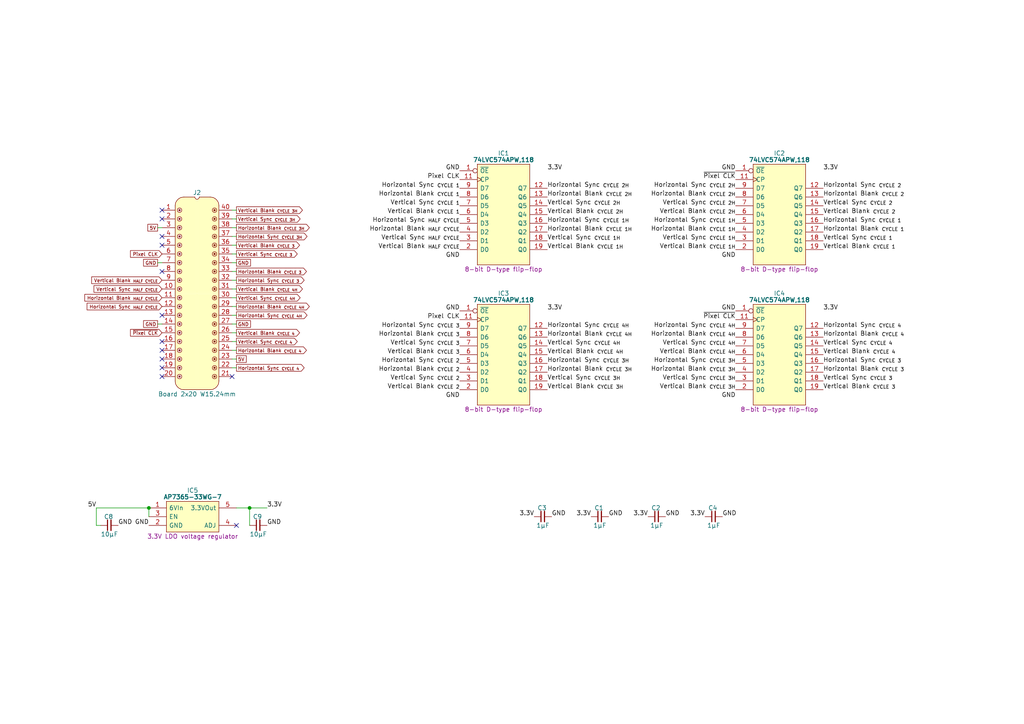
<source format=kicad_sch>
(kicad_sch
	(version 20250114)
	(generator "eeschema")
	(generator_version "9.0")
	(uuid "337b5f72-8be1-4121-9dc6-479b565482b2")
	(paper "A4")
	(title_block
		(title "Video Signal Dragger")
		(date "2024-03-08")
		(rev "V0")
	)
	(lib_symbols
		(symbol "Diodes_Inc:AP7365-33WG-7"
			(pin_names
				(offset 0.762)
			)
			(exclude_from_sim no)
			(in_bom yes)
			(on_board yes)
			(property "Reference" "IC"
				(at 12.7 5.08 0)
				(effects
					(font
						(size 1.27 1.27)
					)
				)
			)
			(property "Value" "AP7365-33WG-7"
				(at 12.7 3.175 0)
				(effects
					(font
						(size 1.27 1.27)
						(bold yes)
					)
				)
			)
			(property "Footprint" "SamacSys_Parts:SOT95P285X130-5N"
				(at 21.59 -14.605 0)
				(effects
					(font
						(size 1.27 1.27)
					)
					(justify left)
					(hide yes)
				)
			)
			(property "Datasheet" "https://componentsearchengine.com/Datasheets/1/AP7365-33WG-7.pdf"
				(at 21.59 -17.145 0)
				(effects
					(font
						(size 1.27 1.27)
					)
					(justify left)
					(hide yes)
				)
			)
			(property "Description" "3.3V LDO voltage regulator"
				(at 12.7 -8.255 0)
				(effects
					(font
						(size 1.27 1.27)
					)
				)
			)
			(property "Height" "1.3"
				(at 21.59 -19.685 0)
				(effects
					(font
						(size 1.27 1.27)
					)
					(justify left)
					(hide yes)
				)
			)
			(property "Manufacturer_Name" "Diodes Inc."
				(at 21.59 -22.225 0)
				(effects
					(font
						(size 1.27 1.27)
					)
					(justify left)
					(hide yes)
				)
			)
			(property "Manufacturer_Part_Number" "AP7365-33WG-7"
				(at 21.59 -24.765 0)
				(effects
					(font
						(size 1.27 1.27)
					)
					(justify left)
					(hide yes)
				)
			)
			(property "Mouser Part Number" "621-AP7365-33WG-7"
				(at 21.59 -27.305 0)
				(effects
					(font
						(size 1.27 1.27)
					)
					(justify left)
					(hide yes)
				)
			)
			(property "Mouser Price/Stock" "https://www.mouser.co.uk/ProductDetail/Diodes-Incorporated/AP7365-33WG-7?qs=abZ1nkZpTuOZFvxvoFPL0w%3D%3D"
				(at 21.59 -29.845 0)
				(effects
					(font
						(size 1.27 1.27)
					)
					(justify left)
					(hide yes)
				)
			)
			(property "Arrow Part Number" "AP7365-33WG-7"
				(at 21.59 -32.385 0)
				(effects
					(font
						(size 1.27 1.27)
					)
					(justify left)
					(hide yes)
				)
			)
			(property "Arrow Price/Stock" "https://www.arrow.com/en/products/ap7365-33wg-7/diodes-incorporated?region=nac"
				(at 21.59 -34.925 0)
				(effects
					(font
						(size 1.27 1.27)
					)
					(justify left)
					(hide yes)
				)
			)
			(property "Silkscreen" "AP7365"
				(at 21.59 -12.065 0)
				(effects
					(font
						(size 1.27 1.27)
					)
					(justify left)
					(hide yes)
				)
			)
			(symbol "AP7365-33WG-7_0_0"
				(pin input line
					(at 0 -2.54 0)
					(length 5.08)
					(name "EN"
						(effects
							(font
								(size 1.27 1.27)
							)
						)
					)
					(number "3"
						(effects
							(font
								(size 1.27 1.27)
							)
						)
					)
				)
				(pin passive line
					(at 0 -5.08 0)
					(length 5.08)
					(name "GND"
						(effects
							(font
								(size 1.27 1.27)
							)
						)
					)
					(number "2"
						(effects
							(font
								(size 1.27 1.27)
							)
						)
					)
				)
				(pin passive line
					(at 25.4 -5.08 180)
					(length 5.08)
					(name "ADJ"
						(effects
							(font
								(size 1.27 1.27)
							)
						)
					)
					(number "4"
						(effects
							(font
								(size 1.27 1.27)
							)
						)
					)
				)
			)
			(symbol "AP7365-33WG-7_0_1"
				(polyline
					(pts
						(xy 5.08 1.905) (xy 20.32 1.905) (xy 20.32 -6.985) (xy 5.08 -6.985) (xy 5.08 1.905)
					)
					(stroke
						(width 0)
						(type default)
					)
					(fill
						(type background)
					)
				)
			)
			(symbol "AP7365-33WG-7_1_0"
				(pin passive line
					(at 0 0 0)
					(length 5.08)
					(name "6VIn"
						(effects
							(font
								(size 1.27 1.27)
							)
						)
					)
					(number "1"
						(effects
							(font
								(size 1.27 1.27)
							)
						)
					)
				)
				(pin passive line
					(at 25.4 0 180)
					(length 5.08)
					(name "3.3VOut"
						(effects
							(font
								(size 1.27 1.27)
							)
						)
					)
					(number "5"
						(effects
							(font
								(size 1.27 1.27)
							)
						)
					)
				)
			)
			(embedded_fonts no)
		)
		(symbol "HCP65:Board_02x20_W15.24mm"
			(pin_names
				(offset 1.016)
				(hide yes)
			)
			(exclude_from_sim no)
			(in_bom yes)
			(on_board yes)
			(property "Reference" "J"
				(at 0 5.08 0)
				(effects
					(font
						(size 1.27 1.27)
					)
				)
			)
			(property "Value" "Board 2x20 W15.24mm"
				(at 0 -53.34 0)
				(effects
					(font
						(size 1.27 1.27)
					)
				)
			)
			(property "Footprint" "SamacSys_Parts:DIP-40_Board_W15.24mm"
				(at 0 -55.753 0)
				(effects
					(font
						(size 1.27 1.27)
					)
					(hide yes)
				)
			)
			(property "Datasheet" ""
				(at 0 -45.72 0)
				(effects
					(font
						(size 1.27 1.27)
					)
					(hide yes)
				)
			)
			(property "Description" ""
				(at 0 -17.78 0)
				(effects
					(font
						(size 1.27 1.27)
					)
					(hide yes)
				)
			)
			(property "ki_keywords" "HCP65 Connector Board"
				(at 0 0 0)
				(effects
					(font
						(size 1.27 1.27)
					)
					(hide yes)
				)
			)
			(property "ki_fp_filters" "Connector*:*_2x??_*"
				(at 0 0 0)
				(effects
					(font
						(size 1.27 1.27)
					)
					(hide yes)
				)
			)
			(symbol "Board_02x20_W15.24mm_0_1"
				(polyline
					(pts
						(xy -6.35 1.27) (xy -6.35 -49.53)
					)
					(stroke
						(width 0)
						(type default)
					)
					(fill
						(type none)
					)
				)
				(arc
					(start -3.8102 -52.0698)
					(mid -5.6063 -51.3259)
					(end -6.3502 -49.5298)
					(stroke
						(width 0)
						(type default)
					)
					(fill
						(type none)
					)
				)
				(arc
					(start -6.35 1.27)
					(mid -5.6061 3.0661)
					(end -3.81 3.81)
					(stroke
						(width 0)
						(type default)
					)
					(fill
						(type none)
					)
				)
				(polyline
					(pts
						(xy -3.81 3.81) (xy -0.635 3.81)
					)
					(stroke
						(width 0)
						(type default)
					)
					(fill
						(type none)
					)
				)
				(arc
					(start 0.635 3.81)
					(mid 0 3.175)
					(end -0.635 3.81)
					(stroke
						(width 0)
						(type default)
					)
					(fill
						(type none)
					)
				)
				(polyline
					(pts
						(xy 0.635 3.81) (xy 3.81 3.81)
					)
					(stroke
						(width 0)
						(type default)
					)
					(fill
						(type none)
					)
				)
				(polyline
					(pts
						(xy 3.8098 -52.0698) (xy -3.81 -52.07)
					)
					(stroke
						(width 0)
						(type default)
					)
					(fill
						(type none)
					)
				)
				(arc
					(start 3.81 3.81)
					(mid 5.6061 3.0661)
					(end 6.35 1.27)
					(stroke
						(width 0)
						(type default)
					)
					(fill
						(type none)
					)
				)
				(arc
					(start 6.3498 -49.5298)
					(mid 5.6059 -51.3259)
					(end 3.8098 -52.0698)
					(stroke
						(width 0)
						(type default)
					)
					(fill
						(type none)
					)
				)
				(polyline
					(pts
						(xy 6.35 -49.53) (xy 6.35 1.27)
					)
					(stroke
						(width 0)
						(type default)
					)
					(fill
						(type none)
					)
				)
			)
			(symbol "Board_02x20_W15.24mm_1_1"
				(polyline
					(pts
						(xy -6.35 1.27) (xy -6.096 2.286) (xy -5.588 3.048) (xy -4.826 3.556) (xy -4.064 3.81) (xy -0.762 3.81)
						(xy -0.508 3.302) (xy 0 3.048) (xy 0 -24.13) (xy -6.35 -24.13) (xy -6.35 1.27)
					)
					(stroke
						(width -0.0001)
						(type solid)
					)
					(fill
						(type background)
					)
				)
				(polyline
					(pts
						(xy -6.35 -24.13) (xy 0 -24.13) (xy 0 -52.07) (xy -3.81 -52.07) (xy -4.826 -51.816) (xy -5.588 -51.308)
						(xy -6.096 -50.546) (xy -6.35 -49.53)
					)
					(stroke
						(width -0.0001)
						(type solid)
					)
					(fill
						(type background)
					)
				)
				(circle
					(center -5.08 0)
					(radius 0.0001)
					(stroke
						(width 0.3)
						(type solid)
					)
					(fill
						(type none)
					)
				)
				(circle
					(center -5.08 0)
					(radius 0.635)
					(stroke
						(width 0)
						(type solid)
					)
					(fill
						(type color)
						(color 255 255 255 1)
					)
				)
				(circle
					(center -5.08 -2.54)
					(radius 0.0001)
					(stroke
						(width 0.3)
						(type solid)
					)
					(fill
						(type none)
					)
				)
				(circle
					(center -5.08 -2.54)
					(radius 0.635)
					(stroke
						(width 0)
						(type solid)
					)
					(fill
						(type color)
						(color 255 255 255 1)
					)
				)
				(circle
					(center -5.08 -5.08)
					(radius 0.0001)
					(stroke
						(width 0.3)
						(type solid)
					)
					(fill
						(type none)
					)
				)
				(circle
					(center -5.08 -5.08)
					(radius 0.635)
					(stroke
						(width 0)
						(type solid)
					)
					(fill
						(type color)
						(color 255 255 255 1)
					)
				)
				(circle
					(center -5.08 -7.62)
					(radius 0.0001)
					(stroke
						(width 0.3)
						(type solid)
					)
					(fill
						(type none)
					)
				)
				(circle
					(center -5.08 -7.62)
					(radius 0.635)
					(stroke
						(width 0)
						(type solid)
					)
					(fill
						(type color)
						(color 255 255 255 1)
					)
				)
				(circle
					(center -5.08 -10.16)
					(radius 0.0001)
					(stroke
						(width 0.3)
						(type solid)
					)
					(fill
						(type none)
					)
				)
				(circle
					(center -5.08 -10.16)
					(radius 0.635)
					(stroke
						(width 0)
						(type solid)
					)
					(fill
						(type color)
						(color 255 255 255 1)
					)
				)
				(circle
					(center -5.08 -12.7)
					(radius 0.0001)
					(stroke
						(width 0.3)
						(type solid)
					)
					(fill
						(type none)
					)
				)
				(circle
					(center -5.08 -12.7)
					(radius 0.635)
					(stroke
						(width 0)
						(type solid)
					)
					(fill
						(type color)
						(color 255 255 255 1)
					)
				)
				(circle
					(center -5.08 -15.24)
					(radius 0.0001)
					(stroke
						(width 0.3)
						(type solid)
					)
					(fill
						(type none)
					)
				)
				(circle
					(center -5.08 -15.24)
					(radius 0.635)
					(stroke
						(width 0)
						(type solid)
					)
					(fill
						(type color)
						(color 255 255 255 1)
					)
				)
				(circle
					(center -5.08 -17.78)
					(radius 0.0001)
					(stroke
						(width 0.3)
						(type solid)
					)
					(fill
						(type none)
					)
				)
				(circle
					(center -5.08 -17.78)
					(radius 0.635)
					(stroke
						(width 0)
						(type solid)
					)
					(fill
						(type color)
						(color 255 255 255 1)
					)
				)
				(circle
					(center -5.08 -20.32)
					(radius 0.0001)
					(stroke
						(width 0.3)
						(type solid)
					)
					(fill
						(type none)
					)
				)
				(circle
					(center -5.08 -20.32)
					(radius 0.635)
					(stroke
						(width 0)
						(type solid)
					)
					(fill
						(type color)
						(color 255 255 255 1)
					)
				)
				(circle
					(center -5.08 -22.86)
					(radius 0.0001)
					(stroke
						(width 0.3)
						(type solid)
					)
					(fill
						(type none)
					)
				)
				(circle
					(center -5.08 -22.86)
					(radius 0.635)
					(stroke
						(width 0)
						(type solid)
					)
					(fill
						(type color)
						(color 255 255 255 1)
					)
				)
				(circle
					(center -5.08 -25.4)
					(radius 0.0001)
					(stroke
						(width 0.3)
						(type solid)
					)
					(fill
						(type none)
					)
				)
				(circle
					(center -5.08 -25.4)
					(radius 0.635)
					(stroke
						(width 0)
						(type solid)
					)
					(fill
						(type color)
						(color 255 255 255 1)
					)
				)
				(circle
					(center -5.08 -27.94)
					(radius 0.0001)
					(stroke
						(width 0.3)
						(type solid)
					)
					(fill
						(type none)
					)
				)
				(circle
					(center -5.08 -27.94)
					(radius 0.635)
					(stroke
						(width 0)
						(type solid)
					)
					(fill
						(type color)
						(color 255 255 255 1)
					)
				)
				(circle
					(center -5.08 -30.48)
					(radius 0.0001)
					(stroke
						(width 0.3)
						(type solid)
					)
					(fill
						(type none)
					)
				)
				(circle
					(center -5.08 -30.48)
					(radius 0.635)
					(stroke
						(width 0)
						(type solid)
					)
					(fill
						(type color)
						(color 255 255 255 1)
					)
				)
				(circle
					(center -5.08 -33.02)
					(radius 0.0001)
					(stroke
						(width 0.3)
						(type solid)
					)
					(fill
						(type none)
					)
				)
				(circle
					(center -5.08 -33.02)
					(radius 0.635)
					(stroke
						(width 0)
						(type solid)
					)
					(fill
						(type color)
						(color 255 255 255 1)
					)
				)
				(circle
					(center -5.08 -35.56)
					(radius 0.0001)
					(stroke
						(width 0.3)
						(type solid)
					)
					(fill
						(type none)
					)
				)
				(circle
					(center -5.08 -35.56)
					(radius 0.635)
					(stroke
						(width 0)
						(type solid)
					)
					(fill
						(type color)
						(color 255 255 255 1)
					)
				)
				(circle
					(center -5.08 -38.1)
					(radius 0.0001)
					(stroke
						(width 0.3)
						(type solid)
					)
					(fill
						(type none)
					)
				)
				(circle
					(center -5.08 -38.1)
					(radius 0.635)
					(stroke
						(width 0)
						(type solid)
					)
					(fill
						(type color)
						(color 255 255 255 1)
					)
				)
				(circle
					(center -5.08 -40.64)
					(radius 0.0001)
					(stroke
						(width 0.3)
						(type solid)
					)
					(fill
						(type none)
					)
				)
				(circle
					(center -5.08 -40.64)
					(radius 0.635)
					(stroke
						(width 0)
						(type solid)
					)
					(fill
						(type color)
						(color 255 255 255 1)
					)
				)
				(circle
					(center -5.08 -43.18)
					(radius 0.0001)
					(stroke
						(width 0.3)
						(type solid)
					)
					(fill
						(type none)
					)
				)
				(circle
					(center -5.08 -43.18)
					(radius 0.635)
					(stroke
						(width 0)
						(type solid)
					)
					(fill
						(type color)
						(color 255 255 255 1)
					)
				)
				(circle
					(center -5.08 -45.72)
					(radius 0.0001)
					(stroke
						(width 0.3)
						(type solid)
					)
					(fill
						(type none)
					)
				)
				(circle
					(center -5.08 -45.72)
					(radius 0.635)
					(stroke
						(width 0)
						(type solid)
					)
					(fill
						(type color)
						(color 255 255 255 1)
					)
				)
				(circle
					(center -5.08 -48.26)
					(radius 0.0001)
					(stroke
						(width 0.3)
						(type solid)
					)
					(fill
						(type none)
					)
				)
				(circle
					(center -5.08 -48.26)
					(radius 0.635)
					(stroke
						(width 0)
						(type solid)
					)
					(fill
						(type color)
						(color 255 255 255 1)
					)
				)
				(circle
					(center 5.08 0)
					(radius 0.0001)
					(stroke
						(width 0.3)
						(type solid)
					)
					(fill
						(type none)
					)
				)
				(circle
					(center 5.08 0)
					(radius 0.635)
					(stroke
						(width 0)
						(type solid)
					)
					(fill
						(type color)
						(color 255 255 255 1)
					)
				)
				(circle
					(center 5.08 -2.54)
					(radius 0.0001)
					(stroke
						(width 0.3)
						(type solid)
					)
					(fill
						(type none)
					)
				)
				(circle
					(center 5.08 -2.54)
					(radius 0.635)
					(stroke
						(width 0)
						(type solid)
					)
					(fill
						(type color)
						(color 255 255 255 1)
					)
				)
				(circle
					(center 5.08 -5.08)
					(radius 0.0001)
					(stroke
						(width 0.3)
						(type solid)
					)
					(fill
						(type none)
					)
				)
				(circle
					(center 5.08 -5.08)
					(radius 0.635)
					(stroke
						(width 0)
						(type solid)
					)
					(fill
						(type color)
						(color 255 255 255 1)
					)
				)
				(circle
					(center 5.08 -7.62)
					(radius 0.0001)
					(stroke
						(width 0.3)
						(type solid)
					)
					(fill
						(type none)
					)
				)
				(circle
					(center 5.08 -7.62)
					(radius 0.635)
					(stroke
						(width 0)
						(type solid)
					)
					(fill
						(type color)
						(color 255 255 255 1)
					)
				)
				(circle
					(center 5.08 -10.16)
					(radius 0.0001)
					(stroke
						(width 0.3)
						(type solid)
					)
					(fill
						(type none)
					)
				)
				(circle
					(center 5.08 -10.16)
					(radius 0.635)
					(stroke
						(width 0)
						(type solid)
					)
					(fill
						(type color)
						(color 255 255 255 1)
					)
				)
				(circle
					(center 5.08 -12.7)
					(radius 0.0001)
					(stroke
						(width 0.3)
						(type solid)
					)
					(fill
						(type none)
					)
				)
				(circle
					(center 5.08 -12.7)
					(radius 0.635)
					(stroke
						(width 0)
						(type solid)
					)
					(fill
						(type color)
						(color 255 255 255 1)
					)
				)
				(circle
					(center 5.08 -15.24)
					(radius 0.0001)
					(stroke
						(width 0.3)
						(type solid)
					)
					(fill
						(type none)
					)
				)
				(circle
					(center 5.08 -15.24)
					(radius 0.635)
					(stroke
						(width 0)
						(type solid)
					)
					(fill
						(type color)
						(color 255 255 255 1)
					)
				)
				(circle
					(center 5.08 -17.78)
					(radius 0.0001)
					(stroke
						(width 0.3)
						(type solid)
					)
					(fill
						(type none)
					)
				)
				(circle
					(center 5.08 -17.78)
					(radius 0.635)
					(stroke
						(width 0)
						(type solid)
					)
					(fill
						(type color)
						(color 255 255 255 1)
					)
				)
				(circle
					(center 5.08 -20.32)
					(radius 0.0001)
					(stroke
						(width 0.3)
						(type solid)
					)
					(fill
						(type none)
					)
				)
				(circle
					(center 5.08 -20.32)
					(radius 0.635)
					(stroke
						(width 0)
						(type solid)
					)
					(fill
						(type color)
						(color 255 255 255 1)
					)
				)
				(circle
					(center 5.08 -22.86)
					(radius 0.0001)
					(stroke
						(width 0.3)
						(type solid)
					)
					(fill
						(type none)
					)
				)
				(circle
					(center 5.08 -22.86)
					(radius 0.635)
					(stroke
						(width 0)
						(type solid)
					)
					(fill
						(type color)
						(color 255 255 255 1)
					)
				)
				(circle
					(center 5.08 -25.4)
					(radius 0.0001)
					(stroke
						(width 0.3)
						(type solid)
					)
					(fill
						(type none)
					)
				)
				(circle
					(center 5.08 -25.4)
					(radius 0.635)
					(stroke
						(width 0)
						(type solid)
					)
					(fill
						(type color)
						(color 255 255 255 1)
					)
				)
				(circle
					(center 5.08 -27.94)
					(radius 0.0001)
					(stroke
						(width 0.3)
						(type solid)
					)
					(fill
						(type none)
					)
				)
				(circle
					(center 5.08 -27.94)
					(radius 0.635)
					(stroke
						(width 0)
						(type solid)
					)
					(fill
						(type color)
						(color 255 255 255 1)
					)
				)
				(circle
					(center 5.08 -30.48)
					(radius 0.0001)
					(stroke
						(width 0.3)
						(type solid)
					)
					(fill
						(type none)
					)
				)
				(circle
					(center 5.08 -30.48)
					(radius 0.635)
					(stroke
						(width 0)
						(type solid)
					)
					(fill
						(type color)
						(color 255 255 255 1)
					)
				)
				(circle
					(center 5.08 -33.02)
					(radius 0.0001)
					(stroke
						(width 0.3)
						(type solid)
					)
					(fill
						(type none)
					)
				)
				(circle
					(center 5.08 -33.02)
					(radius 0.635)
					(stroke
						(width 0)
						(type solid)
					)
					(fill
						(type color)
						(color 255 255 255 1)
					)
				)
				(circle
					(center 5.08 -35.56)
					(radius 0.0001)
					(stroke
						(width 0.3)
						(type solid)
					)
					(fill
						(type none)
					)
				)
				(circle
					(center 5.08 -35.56)
					(radius 0.635)
					(stroke
						(width 0)
						(type solid)
					)
					(fill
						(type color)
						(color 255 255 255 1)
					)
				)
				(circle
					(center 5.08 -38.1)
					(radius 0.0001)
					(stroke
						(width 0.3)
						(type solid)
					)
					(fill
						(type none)
					)
				)
				(circle
					(center 5.08 -38.1)
					(radius 0.635)
					(stroke
						(width 0)
						(type solid)
					)
					(fill
						(type color)
						(color 255 255 255 1)
					)
				)
				(circle
					(center 5.08 -40.64)
					(radius 0.0001)
					(stroke
						(width 0.3)
						(type solid)
					)
					(fill
						(type none)
					)
				)
				(circle
					(center 5.08 -40.64)
					(radius 0.635)
					(stroke
						(width 0)
						(type solid)
					)
					(fill
						(type color)
						(color 255 255 255 1)
					)
				)
				(circle
					(center 5.08 -43.18)
					(radius 0.0001)
					(stroke
						(width 0.3)
						(type solid)
					)
					(fill
						(type none)
					)
				)
				(circle
					(center 5.08 -43.18)
					(radius 0.635)
					(stroke
						(width 0)
						(type solid)
					)
					(fill
						(type color)
						(color 255 255 255 1)
					)
				)
				(circle
					(center 5.08 -45.72)
					(radius 0.0001)
					(stroke
						(width 0.3)
						(type solid)
					)
					(fill
						(type none)
					)
				)
				(circle
					(center 5.08 -45.72)
					(radius 0.635)
					(stroke
						(width 0)
						(type solid)
					)
					(fill
						(type color)
						(color 255 255 255 1)
					)
				)
				(circle
					(center 5.08 -48.26)
					(radius 0.0001)
					(stroke
						(width 0.3)
						(type solid)
					)
					(fill
						(type none)
					)
				)
				(circle
					(center 5.08 -48.26)
					(radius 0.635)
					(stroke
						(width 0)
						(type solid)
					)
					(fill
						(type color)
						(color 255 255 255 1)
					)
				)
				(polyline
					(pts
						(xy 6.35 1.27) (xy 6.096 2.286) (xy 5.588 3.048) (xy 4.826 3.556) (xy 4.064 3.81) (xy 0.762 3.81)
						(xy 0.508 3.302) (xy 0 3.048) (xy 0 -24.13) (xy 6.35 -24.13) (xy 6.35 1.27)
					)
					(stroke
						(width -0.0001)
						(type solid)
					)
					(fill
						(type background)
					)
				)
				(polyline
					(pts
						(xy 6.35 -24.13) (xy 0 -24.13) (xy 0 -52.07) (xy 3.81 -52.07) (xy 4.826 -51.816) (xy 5.588 -51.308)
						(xy 6.096 -50.546) (xy 6.35 -49.53)
					)
					(stroke
						(width -0.0001)
						(type solid)
					)
					(fill
						(type background)
					)
				)
				(pin passive line
					(at -10.16 0 0)
					(length 3.81)
					(name ""
						(effects
							(font
								(size 1.27 1.27)
							)
						)
					)
					(number "1"
						(effects
							(font
								(size 1.27 1.27)
							)
						)
					)
				)
				(pin passive line
					(at -10.16 -2.54 0)
					(length 3.81)
					(name ""
						(effects
							(font
								(size 1.27 1.27)
							)
						)
					)
					(number "2"
						(effects
							(font
								(size 1.27 1.27)
							)
						)
					)
				)
				(pin passive line
					(at -10.16 -5.08 0)
					(length 3.81)
					(name ""
						(effects
							(font
								(size 1.27 1.27)
							)
						)
					)
					(number "3"
						(effects
							(font
								(size 1.27 1.27)
							)
						)
					)
				)
				(pin passive line
					(at -10.16 -7.62 0)
					(length 3.81)
					(name ""
						(effects
							(font
								(size 1.27 1.27)
							)
						)
					)
					(number "4"
						(effects
							(font
								(size 1.27 1.27)
							)
						)
					)
				)
				(pin passive line
					(at -10.16 -10.16 0)
					(length 3.81)
					(name ""
						(effects
							(font
								(size 1.27 1.27)
							)
						)
					)
					(number "5"
						(effects
							(font
								(size 1.27 1.27)
							)
						)
					)
				)
				(pin passive line
					(at -10.16 -12.7 0)
					(length 3.81)
					(name ""
						(effects
							(font
								(size 1.27 1.27)
							)
						)
					)
					(number "6"
						(effects
							(font
								(size 1.27 1.27)
							)
						)
					)
				)
				(pin passive line
					(at -10.16 -15.24 0)
					(length 3.81)
					(name ""
						(effects
							(font
								(size 1.27 1.27)
							)
						)
					)
					(number "7"
						(effects
							(font
								(size 1.27 1.27)
							)
						)
					)
				)
				(pin passive line
					(at -10.16 -17.78 0)
					(length 3.81)
					(name ""
						(effects
							(font
								(size 1.27 1.27)
							)
						)
					)
					(number "8"
						(effects
							(font
								(size 1.27 1.27)
							)
						)
					)
				)
				(pin passive line
					(at -10.16 -20.32 0)
					(length 3.81)
					(name ""
						(effects
							(font
								(size 1.27 1.27)
							)
						)
					)
					(number "9"
						(effects
							(font
								(size 1.27 1.27)
							)
						)
					)
				)
				(pin passive line
					(at -10.16 -22.86 0)
					(length 3.81)
					(name ""
						(effects
							(font
								(size 1.27 1.27)
							)
						)
					)
					(number "10"
						(effects
							(font
								(size 1.27 1.27)
							)
						)
					)
				)
				(pin passive line
					(at -10.16 -25.4 0)
					(length 3.81)
					(name ""
						(effects
							(font
								(size 1.27 1.27)
							)
						)
					)
					(number "11"
						(effects
							(font
								(size 1.27 1.27)
							)
						)
					)
				)
				(pin passive line
					(at -10.16 -27.94 0)
					(length 3.81)
					(name ""
						(effects
							(font
								(size 1.27 1.27)
							)
						)
					)
					(number "12"
						(effects
							(font
								(size 1.27 1.27)
							)
						)
					)
				)
				(pin passive line
					(at -10.16 -30.48 0)
					(length 3.81)
					(name ""
						(effects
							(font
								(size 1.27 1.27)
							)
						)
					)
					(number "13"
						(effects
							(font
								(size 1.27 1.27)
							)
						)
					)
				)
				(pin passive line
					(at -10.16 -33.02 0)
					(length 3.81)
					(name ""
						(effects
							(font
								(size 1.27 1.27)
							)
						)
					)
					(number "14"
						(effects
							(font
								(size 1.27 1.27)
							)
						)
					)
				)
				(pin passive line
					(at -10.16 -35.56 0)
					(length 3.81)
					(name ""
						(effects
							(font
								(size 1.27 1.27)
							)
						)
					)
					(number "15"
						(effects
							(font
								(size 1.27 1.27)
							)
						)
					)
				)
				(pin passive line
					(at -10.16 -38.1 0)
					(length 3.81)
					(name ""
						(effects
							(font
								(size 1.27 1.27)
							)
						)
					)
					(number "16"
						(effects
							(font
								(size 1.27 1.27)
							)
						)
					)
				)
				(pin passive line
					(at -10.16 -40.64 0)
					(length 3.81)
					(name ""
						(effects
							(font
								(size 1.27 1.27)
							)
						)
					)
					(number "17"
						(effects
							(font
								(size 1.27 1.27)
							)
						)
					)
				)
				(pin passive line
					(at -10.16 -43.18 0)
					(length 3.81)
					(name ""
						(effects
							(font
								(size 1.27 1.27)
							)
						)
					)
					(number "18"
						(effects
							(font
								(size 1.27 1.27)
							)
						)
					)
				)
				(pin passive line
					(at -10.16 -45.72 0)
					(length 3.81)
					(name ""
						(effects
							(font
								(size 1.27 1.27)
							)
						)
					)
					(number "19"
						(effects
							(font
								(size 1.27 1.27)
							)
						)
					)
				)
				(pin passive line
					(at -10.16 -48.26 0)
					(length 3.81)
					(name ""
						(effects
							(font
								(size 1.27 1.27)
							)
						)
					)
					(number "20"
						(effects
							(font
								(size 1.27 1.27)
							)
						)
					)
				)
				(pin passive line
					(at 10.16 0 180)
					(length 3.81)
					(name ""
						(effects
							(font
								(size 1.27 1.27)
							)
						)
					)
					(number "40"
						(effects
							(font
								(size 1.27 1.27)
							)
						)
					)
				)
				(pin passive line
					(at 10.16 -2.54 180)
					(length 3.81)
					(name ""
						(effects
							(font
								(size 1.27 1.27)
							)
						)
					)
					(number "39"
						(effects
							(font
								(size 1.27 1.27)
							)
						)
					)
				)
				(pin passive line
					(at 10.16 -5.08 180)
					(length 3.81)
					(name ""
						(effects
							(font
								(size 1.27 1.27)
							)
						)
					)
					(number "38"
						(effects
							(font
								(size 1.27 1.27)
							)
						)
					)
				)
				(pin passive line
					(at 10.16 -7.62 180)
					(length 3.81)
					(name ""
						(effects
							(font
								(size 1.27 1.27)
							)
						)
					)
					(number "37"
						(effects
							(font
								(size 1.27 1.27)
							)
						)
					)
				)
				(pin passive line
					(at 10.16 -10.16 180)
					(length 3.81)
					(name ""
						(effects
							(font
								(size 1.27 1.27)
							)
						)
					)
					(number "36"
						(effects
							(font
								(size 1.27 1.27)
							)
						)
					)
				)
				(pin passive line
					(at 10.16 -12.7 180)
					(length 3.81)
					(name ""
						(effects
							(font
								(size 1.27 1.27)
							)
						)
					)
					(number "35"
						(effects
							(font
								(size 1.27 1.27)
							)
						)
					)
				)
				(pin passive line
					(at 10.16 -15.24 180)
					(length 3.81)
					(name ""
						(effects
							(font
								(size 1.27 1.27)
							)
						)
					)
					(number "34"
						(effects
							(font
								(size 1.27 1.27)
							)
						)
					)
				)
				(pin passive line
					(at 10.16 -17.78 180)
					(length 3.81)
					(name ""
						(effects
							(font
								(size 1.27 1.27)
							)
						)
					)
					(number "33"
						(effects
							(font
								(size 1.27 1.27)
							)
						)
					)
				)
				(pin passive line
					(at 10.16 -20.32 180)
					(length 3.81)
					(name ""
						(effects
							(font
								(size 1.27 1.27)
							)
						)
					)
					(number "32"
						(effects
							(font
								(size 1.27 1.27)
							)
						)
					)
				)
				(pin passive line
					(at 10.16 -22.86 180)
					(length 3.81)
					(name ""
						(effects
							(font
								(size 1.27 1.27)
							)
						)
					)
					(number "31"
						(effects
							(font
								(size 1.27 1.27)
							)
						)
					)
				)
				(pin passive line
					(at 10.16 -25.4 180)
					(length 3.81)
					(name ""
						(effects
							(font
								(size 1.27 1.27)
							)
						)
					)
					(number "30"
						(effects
							(font
								(size 1.27 1.27)
							)
						)
					)
				)
				(pin passive line
					(at 10.16 -27.94 180)
					(length 3.81)
					(name ""
						(effects
							(font
								(size 1.27 1.27)
							)
						)
					)
					(number "29"
						(effects
							(font
								(size 1.27 1.27)
							)
						)
					)
				)
				(pin passive line
					(at 10.16 -30.48 180)
					(length 3.81)
					(name ""
						(effects
							(font
								(size 1.27 1.27)
							)
						)
					)
					(number "28"
						(effects
							(font
								(size 1.27 1.27)
							)
						)
					)
				)
				(pin passive line
					(at 10.16 -33.02 180)
					(length 3.81)
					(name ""
						(effects
							(font
								(size 1.27 1.27)
							)
						)
					)
					(number "27"
						(effects
							(font
								(size 1.27 1.27)
							)
						)
					)
				)
				(pin passive line
					(at 10.16 -35.56 180)
					(length 3.81)
					(name ""
						(effects
							(font
								(size 1.27 1.27)
							)
						)
					)
					(number "26"
						(effects
							(font
								(size 1.27 1.27)
							)
						)
					)
				)
				(pin passive line
					(at 10.16 -38.1 180)
					(length 3.81)
					(name ""
						(effects
							(font
								(size 1.27 1.27)
							)
						)
					)
					(number "25"
						(effects
							(font
								(size 1.27 1.27)
							)
						)
					)
				)
				(pin passive line
					(at 10.16 -40.64 180)
					(length 3.81)
					(name ""
						(effects
							(font
								(size 1.27 1.27)
							)
						)
					)
					(number "24"
						(effects
							(font
								(size 1.27 1.27)
							)
						)
					)
				)
				(pin passive line
					(at 10.16 -43.18 180)
					(length 3.81)
					(name ""
						(effects
							(font
								(size 1.27 1.27)
							)
						)
					)
					(number "23"
						(effects
							(font
								(size 1.27 1.27)
							)
						)
					)
				)
				(pin passive line
					(at 10.16 -45.72 180)
					(length 3.81)
					(name ""
						(effects
							(font
								(size 1.27 1.27)
							)
						)
					)
					(number "22"
						(effects
							(font
								(size 1.27 1.27)
							)
						)
					)
				)
				(pin passive line
					(at 10.16 -48.26 180)
					(length 3.81)
					(name ""
						(effects
							(font
								(size 1.27 1.27)
							)
						)
					)
					(number "21"
						(effects
							(font
								(size 1.27 1.27)
							)
						)
					)
				)
			)
			(embedded_fonts no)
		)
		(symbol "HCP65:C_0805"
			(pin_numbers
				(hide yes)
			)
			(pin_names
				(offset 0.254)
				(hide yes)
			)
			(exclude_from_sim no)
			(in_bom yes)
			(on_board yes)
			(property "Reference" "C"
				(at 2.286 2.54 0)
				(effects
					(font
						(size 1.27 1.27)
					)
				)
			)
			(property "Value" "?μF"
				(at 2.54 -2.54 0)
				(effects
					(font
						(size 1.27 1.27)
					)
				)
			)
			(property "Footprint" "SamacSys_Parts:C_0805"
				(at 16.764 -7.62 0)
				(effects
					(font
						(size 1.27 1.27)
					)
					(hide yes)
				)
			)
			(property "Datasheet" ""
				(at 2.2225 0.3175 90)
				(effects
					(font
						(size 1.27 1.27)
					)
					(hide yes)
				)
			)
			(property "Description" ""
				(at 0 0 0)
				(effects
					(font
						(size 1.27 1.27)
					)
					(hide yes)
				)
			)
			(property "ki_keywords" "capacitor cap"
				(at 0 0 0)
				(effects
					(font
						(size 1.27 1.27)
					)
					(hide yes)
				)
			)
			(property "ki_fp_filters" "C_*"
				(at 0 0 0)
				(effects
					(font
						(size 1.27 1.27)
					)
					(hide yes)
				)
			)
			(symbol "C_0805_0_1"
				(polyline
					(pts
						(xy 1.9685 -1.4605) (xy 1.9685 1.5875)
					)
					(stroke
						(width 0.3048)
						(type default)
					)
					(fill
						(type none)
					)
				)
				(polyline
					(pts
						(xy 2.9845 -1.4605) (xy 2.9845 1.5875)
					)
					(stroke
						(width 0.3302)
						(type default)
					)
					(fill
						(type none)
					)
				)
			)
			(symbol "C_0805_1_1"
				(pin passive line
					(at 0 0 0)
					(length 2.032)
					(name "~"
						(effects
							(font
								(size 1.27 1.27)
							)
						)
					)
					(number "1"
						(effects
							(font
								(size 1.27 1.27)
							)
						)
					)
				)
				(pin passive line
					(at 5.08 0 180)
					(length 2.032)
					(name "~"
						(effects
							(font
								(size 1.27 1.27)
							)
						)
					)
					(number "2"
						(effects
							(font
								(size 1.27 1.27)
							)
						)
					)
				)
			)
			(embedded_fonts no)
		)
		(symbol "Nexperia:74LVC574APW,118"
			(pin_names
				(offset 0.762)
			)
			(exclude_from_sim no)
			(in_bom yes)
			(on_board yes)
			(property "Reference" "IC"
				(at 12.7 5.08 0)
				(effects
					(font
						(size 1.27 1.27)
					)
				)
			)
			(property "Value" "74LVC574APW,118"
				(at 12.7 3.175 0)
				(effects
					(font
						(size 1.27 1.27)
						(bold yes)
					)
				)
			)
			(property "Footprint" "SamacSys_Parts:SOP65P640X110-20N"
				(at 26.67 -30.48 0)
				(effects
					(font
						(size 1.27 1.27)
					)
					(justify left)
					(hide yes)
				)
			)
			(property "Datasheet" "https://assets.nexperia.com/documents/data-sheet/74LVC574A.pdf"
				(at 26.67 -33.02 0)
				(effects
					(font
						(size 1.27 1.27)
					)
					(justify left)
					(hide yes)
				)
			)
			(property "Description" "8-bit D-type flip-flop"
				(at 12.7 -28.575 0)
				(effects
					(font
						(size 1.27 1.27)
					)
				)
			)
			(property "Height" "1.1"
				(at 26.67 -38.1 0)
				(effects
					(font
						(size 1.27 1.27)
					)
					(justify left)
					(hide yes)
				)
			)
			(property "Manufacturer_Name" "Nexperia"
				(at 26.67 -40.64 0)
				(effects
					(font
						(size 1.27 1.27)
					)
					(justify left)
					(hide yes)
				)
			)
			(property "Manufacturer_Part_Number" "74LVC574APW,118"
				(at 26.67 -43.18 0)
				(effects
					(font
						(size 1.27 1.27)
					)
					(justify left)
					(hide yes)
				)
			)
			(property "Mouser Part Number" "771-74LVC574APW-T"
				(at 26.67 -45.72 0)
				(effects
					(font
						(size 1.27 1.27)
					)
					(justify left)
					(hide yes)
				)
			)
			(property "Mouser Price/Stock" "https://www.mouser.co.uk/ProductDetail/Nexperia/74LVC574APW118?qs=me8TqzrmIYXFXrN3QSTUuw%3D%3D"
				(at 26.67 -48.26 0)
				(effects
					(font
						(size 1.27 1.27)
					)
					(justify left)
					(hide yes)
				)
			)
			(property "Silkscreen" "74LVC574"
				(at 12.7 -31.115 0)
				(effects
					(font
						(size 1.27 1.27)
					)
					(hide yes)
				)
			)
			(property "Garbage" "74LVC574A - Octal D-type flip-flop with 5 V tolerant inputs/outputs; positive edge-trigger (3-state)@en-us"
				(at 0 0 0)
				(effects
					(font
						(size 1.27 1.27)
					)
					(hide yes)
				)
			)
			(symbol "74LVC574APW,118_0_0"
				(pin input inverted
					(at 0 0 0)
					(length 5.08)
					(name "~{OE}"
						(effects
							(font
								(size 1.27 1.27)
							)
						)
					)
					(number "1"
						(effects
							(font
								(size 1.27 1.27)
							)
						)
					)
				)
				(pin input clock
					(at 0 -2.54 0)
					(length 5.08)
					(name "CP"
						(effects
							(font
								(size 1.27 1.27)
							)
						)
					)
					(number "11"
						(effects
							(font
								(size 1.27 1.27)
							)
						)
					)
				)
				(pin input line
					(at 0 -5.08 0)
					(length 5.08)
					(name "D7"
						(effects
							(font
								(size 1.27 1.27)
							)
						)
					)
					(number "9"
						(effects
							(font
								(size 1.27 1.27)
							)
						)
					)
				)
				(pin input line
					(at 0 -7.62 0)
					(length 5.08)
					(name "D6"
						(effects
							(font
								(size 1.27 1.27)
							)
						)
					)
					(number "8"
						(effects
							(font
								(size 1.27 1.27)
							)
						)
					)
				)
				(pin input line
					(at 0 -10.16 0)
					(length 5.08)
					(name "D5"
						(effects
							(font
								(size 1.27 1.27)
							)
						)
					)
					(number "7"
						(effects
							(font
								(size 1.27 1.27)
							)
						)
					)
				)
				(pin input line
					(at 0 -12.7 0)
					(length 5.08)
					(name "D4"
						(effects
							(font
								(size 1.27 1.27)
							)
						)
					)
					(number "6"
						(effects
							(font
								(size 1.27 1.27)
							)
						)
					)
				)
				(pin input line
					(at 0 -15.24 0)
					(length 5.08)
					(name "D3"
						(effects
							(font
								(size 1.27 1.27)
							)
						)
					)
					(number "5"
						(effects
							(font
								(size 1.27 1.27)
							)
						)
					)
				)
				(pin input line
					(at 0 -17.78 0)
					(length 5.08)
					(name "D2"
						(effects
							(font
								(size 1.27 1.27)
							)
						)
					)
					(number "4"
						(effects
							(font
								(size 1.27 1.27)
							)
						)
					)
				)
				(pin input line
					(at 0 -20.32 0)
					(length 5.08)
					(name "D1"
						(effects
							(font
								(size 1.27 1.27)
							)
						)
					)
					(number "3"
						(effects
							(font
								(size 1.27 1.27)
							)
						)
					)
				)
				(pin input line
					(at 0 -22.86 0)
					(length 5.08)
					(name "D0"
						(effects
							(font
								(size 1.27 1.27)
							)
						)
					)
					(number "2"
						(effects
							(font
								(size 1.27 1.27)
							)
						)
					)
				)
				(pin passive line
					(at 0 -25.4 0)
					(length 5.08)
					(hide yes)
					(name "GND"
						(effects
							(font
								(size 1.27 1.27)
							)
						)
					)
					(number "10"
						(effects
							(font
								(size 1.27 1.27)
							)
						)
					)
				)
				(pin passive line
					(at 25.4 0 180)
					(length 5.08)
					(hide yes)
					(name "3V"
						(effects
							(font
								(size 1.27 1.27)
							)
						)
					)
					(number "20"
						(effects
							(font
								(size 1.27 1.27)
							)
						)
					)
				)
				(pin tri_state line
					(at 25.4 -7.62 180)
					(length 5.08)
					(name "Q6"
						(effects
							(font
								(size 1.27 1.27)
							)
						)
					)
					(number "13"
						(effects
							(font
								(size 1.27 1.27)
							)
						)
					)
				)
				(pin tri_state line
					(at 25.4 -10.16 180)
					(length 5.08)
					(name "Q5"
						(effects
							(font
								(size 1.27 1.27)
							)
						)
					)
					(number "14"
						(effects
							(font
								(size 1.27 1.27)
							)
						)
					)
				)
				(pin tri_state line
					(at 25.4 -12.7 180)
					(length 5.08)
					(name "Q4"
						(effects
							(font
								(size 1.27 1.27)
							)
						)
					)
					(number "15"
						(effects
							(font
								(size 1.27 1.27)
							)
						)
					)
				)
				(pin tri_state line
					(at 25.4 -15.24 180)
					(length 5.08)
					(name "Q3"
						(effects
							(font
								(size 1.27 1.27)
							)
						)
					)
					(number "16"
						(effects
							(font
								(size 1.27 1.27)
							)
						)
					)
				)
				(pin tri_state line
					(at 25.4 -17.78 180)
					(length 5.08)
					(name "Q2"
						(effects
							(font
								(size 1.27 1.27)
							)
						)
					)
					(number "17"
						(effects
							(font
								(size 1.27 1.27)
							)
						)
					)
				)
				(pin tri_state line
					(at 25.4 -20.32 180)
					(length 5.08)
					(name "Q1"
						(effects
							(font
								(size 1.27 1.27)
							)
						)
					)
					(number "18"
						(effects
							(font
								(size 1.27 1.27)
							)
						)
					)
				)
				(pin tri_state line
					(at 25.4 -22.86 180)
					(length 5.08)
					(name "Q0"
						(effects
							(font
								(size 1.27 1.27)
							)
						)
					)
					(number "19"
						(effects
							(font
								(size 1.27 1.27)
							)
						)
					)
				)
			)
			(symbol "74LVC574APW,118_0_1"
				(polyline
					(pts
						(xy 5.08 1.905) (xy 20.32 1.905) (xy 20.32 -27.305) (xy 5.08 -27.305) (xy 5.08 1.905)
					)
					(stroke
						(width 0.1524)
						(type default)
					)
					(fill
						(type background)
					)
				)
			)
			(symbol "74LVC574APW,118_1_0"
				(pin tri_state line
					(at 25.4 -5.08 180)
					(length 5.08)
					(name "Q7"
						(effects
							(font
								(size 1.27 1.27)
							)
						)
					)
					(number "12"
						(effects
							(font
								(size 1.27 1.27)
							)
						)
					)
				)
			)
			(embedded_fonts no)
		)
	)
	(junction
		(at 43.18 147.32)
		(diameter 0)
		(color 0 0 0 0)
		(uuid "413af9fc-5730-4581-bcd6-4066802553e7")
	)
	(junction
		(at 72.39 147.32)
		(diameter 0)
		(color 0 0 0 0)
		(uuid "b483095b-b3f1-413b-bfdc-dd45b3a6b7a0")
	)
	(no_connect
		(at 46.99 68.58)
		(uuid "1012b3b0-2fee-444f-aa11-cd5eac67b09d")
	)
	(no_connect
		(at 46.99 109.22)
		(uuid "1c5451d0-2399-4538-b5ac-3e50235cabc9")
	)
	(no_connect
		(at 46.99 71.12)
		(uuid "1db788c5-09ab-430a-9c4d-f8c7b9efa8d3")
	)
	(no_connect
		(at 68.58 152.4)
		(uuid "2acb9f61-7e35-41b1-ad56-ec6ab018021d")
	)
	(no_connect
		(at 46.99 99.06)
		(uuid "6e206ecc-0230-48e2-ba70-b39977bd4fdd")
	)
	(no_connect
		(at 67.31 109.22)
		(uuid "70d1df62-b45d-46ef-9592-c8c0cfe75a29")
	)
	(no_connect
		(at 46.99 63.5)
		(uuid "8c51a728-2d7e-4c04-ad90-bc629f4588b8")
	)
	(no_connect
		(at 46.99 91.44)
		(uuid "975204d6-22c2-44cb-9cce-ba67bc999e06")
	)
	(no_connect
		(at 46.99 78.74)
		(uuid "9de5dad6-e5b3-40c0-a8b6-63c0b33bd387")
	)
	(no_connect
		(at 46.99 60.96)
		(uuid "a053684f-c048-44ec-a8e6-8d9695a340f9")
	)
	(no_connect
		(at 46.99 104.14)
		(uuid "ac9d2a37-b483-4d79-bf62-b9dec4ef1f71")
	)
	(no_connect
		(at 46.99 106.68)
		(uuid "d13705ea-6bc3-4b6b-a770-7160c01de55a")
	)
	(no_connect
		(at 46.99 101.6)
		(uuid "feb459ba-b786-4adb-912e-1f9848d4a176")
	)
	(wire
		(pts
			(xy 68.58 66.04) (xy 67.31 66.04)
		)
		(stroke
			(width 0)
			(type default)
		)
		(uuid "084d4673-f4e2-4bc2-9701-c82684e96da5")
	)
	(wire
		(pts
			(xy 45.72 66.04) (xy 46.99 66.04)
		)
		(stroke
			(width 0)
			(type default)
		)
		(uuid "0895dc7f-9758-481a-a1f2-899e4373d518")
	)
	(wire
		(pts
			(xy 72.39 152.4) (xy 72.39 147.32)
		)
		(stroke
			(width 0)
			(type default)
		)
		(uuid "26219dd1-99de-4424-b167-2c7dcb1ebc12")
	)
	(wire
		(pts
			(xy 45.72 76.2) (xy 46.99 76.2)
		)
		(stroke
			(width 0)
			(type default)
		)
		(uuid "27147ccb-2681-4b56-b1f3-787885e2f209")
	)
	(wire
		(pts
			(xy 68.58 93.98) (xy 67.31 93.98)
		)
		(stroke
			(width 0)
			(type default)
		)
		(uuid "3ee4e0f0-52b0-4f41-b11f-f68b96748774")
	)
	(wire
		(pts
			(xy 68.58 60.96) (xy 67.31 60.96)
		)
		(stroke
			(width 0)
			(type default)
		)
		(uuid "4903b61a-0a97-46c4-a609-811a90634dc6")
	)
	(wire
		(pts
			(xy 45.72 93.98) (xy 46.99 93.98)
		)
		(stroke
			(width 0)
			(type default)
		)
		(uuid "4b7c7f78-c58c-4b16-9376-97f4b3bd8242")
	)
	(wire
		(pts
			(xy 27.94 147.32) (xy 43.18 147.32)
		)
		(stroke
			(width 0)
			(type default)
		)
		(uuid "4ebb928e-f2be-4f76-aabe-4749c3ffc63f")
	)
	(wire
		(pts
			(xy 68.58 101.6) (xy 67.31 101.6)
		)
		(stroke
			(width 0)
			(type default)
		)
		(uuid "572ff559-9a4a-4ce3-837e-a4ea093a7675")
	)
	(wire
		(pts
			(xy 68.58 106.68) (xy 67.31 106.68)
		)
		(stroke
			(width 0)
			(type default)
		)
		(uuid "64249443-0d64-45da-bb6f-40a6c4b6e80f")
	)
	(wire
		(pts
			(xy 43.18 147.32) (xy 43.18 149.86)
		)
		(stroke
			(width 0)
			(type default)
		)
		(uuid "6bcd95ff-6a51-4ead-aa6a-628fdc2cc852")
	)
	(wire
		(pts
			(xy 68.58 68.58) (xy 67.31 68.58)
		)
		(stroke
			(width 0)
			(type default)
		)
		(uuid "6dbb82f4-45c7-4434-84df-012a08479ba9")
	)
	(wire
		(pts
			(xy 68.58 99.06) (xy 67.31 99.06)
		)
		(stroke
			(width 0)
			(type default)
		)
		(uuid "7170cfbc-6a32-4282-a731-7648134f9140")
	)
	(wire
		(pts
			(xy 68.58 63.5) (xy 67.31 63.5)
		)
		(stroke
			(width 0)
			(type default)
		)
		(uuid "7861709c-b496-4e59-9dc9-00147a6a315a")
	)
	(wire
		(pts
			(xy 68.58 78.74) (xy 67.31 78.74)
		)
		(stroke
			(width 0)
			(type default)
		)
		(uuid "801b1556-9b88-453a-b6e2-b8cd46e5b31d")
	)
	(wire
		(pts
			(xy 68.58 76.2) (xy 67.31 76.2)
		)
		(stroke
			(width 0)
			(type default)
		)
		(uuid "85be831b-05e3-4fe2-a6a5-04197b3187dd")
	)
	(wire
		(pts
			(xy 68.58 81.28) (xy 67.31 81.28)
		)
		(stroke
			(width 0)
			(type default)
		)
		(uuid "a5448ce4-29dd-4362-851a-c62b21e104e4")
	)
	(wire
		(pts
			(xy 68.58 147.32) (xy 72.39 147.32)
		)
		(stroke
			(width 0)
			(type default)
		)
		(uuid "a70da8ac-e087-4b2c-bb48-900e71135de0")
	)
	(wire
		(pts
			(xy 68.58 71.12) (xy 67.31 71.12)
		)
		(stroke
			(width 0)
			(type default)
		)
		(uuid "b4bec405-734a-48da-ac71-5b334d9c3e65")
	)
	(wire
		(pts
			(xy 68.58 88.9) (xy 67.31 88.9)
		)
		(stroke
			(width 0)
			(type default)
		)
		(uuid "b767b68e-7d85-404b-8342-3ae53fb4b5d2")
	)
	(wire
		(pts
			(xy 68.58 73.66) (xy 67.31 73.66)
		)
		(stroke
			(width 0)
			(type default)
		)
		(uuid "b9cde162-a092-4edd-993b-19ee4dc75567")
	)
	(wire
		(pts
			(xy 68.58 104.14) (xy 67.31 104.14)
		)
		(stroke
			(width 0)
			(type default)
		)
		(uuid "bd98b1cf-ba29-468b-9d5e-35aae46716a8")
	)
	(wire
		(pts
			(xy 68.58 86.36) (xy 67.31 86.36)
		)
		(stroke
			(width 0)
			(type default)
		)
		(uuid "c7707db9-b5fc-4e4f-8fad-a7b50e5f97f8")
	)
	(wire
		(pts
			(xy 27.94 147.32) (xy 27.94 152.4)
		)
		(stroke
			(width 0)
			(type default)
		)
		(uuid "c80f7ae1-0cda-4c1a-bbb5-9092aef6711c")
	)
	(wire
		(pts
			(xy 68.58 96.52) (xy 67.31 96.52)
		)
		(stroke
			(width 0)
			(type default)
		)
		(uuid "d9112726-588a-4fb4-a811-16c9954f4942")
	)
	(wire
		(pts
			(xy 27.94 152.4) (xy 29.21 152.4)
		)
		(stroke
			(width 0)
			(type default)
		)
		(uuid "ec59795c-0268-4c6a-8915-70f48d7fb95b")
	)
	(wire
		(pts
			(xy 72.39 147.32) (xy 77.47 147.32)
		)
		(stroke
			(width 0)
			(type default)
		)
		(uuid "f5a44683-1946-4e2a-9349-8f328e411edc")
	)
	(wire
		(pts
			(xy 68.58 83.82) (xy 67.31 83.82)
		)
		(stroke
			(width 0)
			(type default)
		)
		(uuid "f63cb583-fa37-493f-a1a8-883a76813961")
	)
	(wire
		(pts
			(xy 68.58 91.44) (xy 67.31 91.44)
		)
		(stroke
			(width 0)
			(type default)
		)
		(uuid "ffdc1fca-eaef-427e-8005-efb29ff7ba2f")
	)
	(label "Horizontal Blank _{CYCLE 1H}"
		(at 158.75 67.31 0)
		(effects
			(font
				(size 1.27 1.27)
			)
			(justify left bottom)
		)
		(uuid "022ac83b-763f-45f2-b6e9-30f88f5540aa")
	)
	(label "~{Pixel CLK}"
		(at 213.36 92.71 180)
		(effects
			(font
				(size 1.27 1.27)
			)
			(justify right bottom)
		)
		(uuid "0a2cb11a-e34c-4ab6-98de-7d777571d21f")
	)
	(label "Vertical Blank _{CYCLE 3H}"
		(at 213.36 113.03 180)
		(effects
			(font
				(size 1.27 1.27)
			)
			(justify right bottom)
		)
		(uuid "0ac32a1c-890a-472c-83e9-1144839585cf")
	)
	(label "Horizontal Blank _{CYCLE 3}"
		(at 133.35 97.79 180)
		(effects
			(font
				(size 1.27 1.27)
			)
			(justify right bottom)
		)
		(uuid "224ea98f-5666-400e-b344-8ee14e628ec8")
	)
	(label "Vertical Blank _{CYCLE 1}"
		(at 238.76 72.39 0)
		(effects
			(font
				(size 1.27 1.27)
			)
			(justify left bottom)
		)
		(uuid "25ce6ba6-4de2-4c48-a167-886e8a967144")
	)
	(label "GND"
		(at 77.47 152.4 0)
		(effects
			(font
				(size 1.27 1.27)
			)
			(justify left bottom)
		)
		(uuid "2703f9d4-cbda-4d41-b75d-1696dd2e6090")
	)
	(label "GND"
		(at 160.02 149.86 0)
		(effects
			(font
				(size 1.27 1.27)
			)
			(justify left bottom)
		)
		(uuid "28a97597-b06e-45dc-9a4b-e20a6cf76761")
	)
	(label "Vertical Sync _{CYCLE 2H}"
		(at 158.75 59.69 0)
		(effects
			(font
				(size 1.27 1.27)
			)
			(justify left bottom)
		)
		(uuid "28d09520-6069-4e24-9c64-deae01fd42a2")
	)
	(label "3.3V"
		(at 238.76 90.17 0)
		(effects
			(font
				(size 1.27 1.27)
			)
			(justify left bottom)
		)
		(uuid "28e176f9-735a-4621-978d-abd2398243c9")
	)
	(label "Vertical Sync _{CYCLE 2}"
		(at 133.35 110.49 180)
		(effects
			(font
				(size 1.27 1.27)
			)
			(justify right bottom)
		)
		(uuid "29eccc09-ce37-480b-99ee-dd137eac6904")
	)
	(label "Vertical Blank _{HALF CYCLE}"
		(at 133.35 72.39 180)
		(effects
			(font
				(size 1.27 1.27)
			)
			(justify right bottom)
		)
		(uuid "2a2c183c-83ec-437c-87c1-5f9ef9e99daf")
	)
	(label "Vertical Sync _{CYCLE 2}"
		(at 238.76 59.69 0)
		(effects
			(font
				(size 1.27 1.27)
			)
			(justify left bottom)
		)
		(uuid "2d9783a0-67d3-4870-ad85-a1ce861fff6e")
	)
	(label "Vertical Blank _{CYCLE 4H}"
		(at 158.75 102.87 0)
		(effects
			(font
				(size 1.27 1.27)
			)
			(justify left bottom)
		)
		(uuid "2f3fb6c1-af04-48eb-9529-56ac18febfb8")
	)
	(label "GND"
		(at 133.35 49.53 180)
		(effects
			(font
				(size 1.27 1.27)
			)
			(justify right bottom)
		)
		(uuid "301e9f19-1ce3-42db-a202-b824618e7141")
	)
	(label "Vertical Sync _{HALF CYCLE}"
		(at 133.35 69.85 180)
		(effects
			(font
				(size 1.27 1.27)
			)
			(justify right bottom)
		)
		(uuid "30a779e1-dd40-4b00-a9d8-834fa864755c")
	)
	(label "Vertical Sync _{CYCLE 4H}"
		(at 213.36 100.33 180)
		(effects
			(font
				(size 1.27 1.27)
			)
			(justify right bottom)
		)
		(uuid "32bae891-fec3-41f5-90de-5c07de4ed40c")
	)
	(label "Horizontal Blank _{CYCLE 2}"
		(at 133.35 107.95 180)
		(effects
			(font
				(size 1.27 1.27)
			)
			(justify right bottom)
		)
		(uuid "34c3e2e3-337c-49a0-8ab1-64dbe16b7310")
	)
	(label "~{Pixel CLK}"
		(at 213.36 52.07 180)
		(effects
			(font
				(size 1.27 1.27)
			)
			(justify right bottom)
		)
		(uuid "3a5acaff-8961-4f48-9456-ce02b382590d")
	)
	(label "Horizontal Blank _{HALF CYCLE}"
		(at 133.35 67.31 180)
		(effects
			(font
				(size 1.27 1.27)
			)
			(justify right bottom)
		)
		(uuid "3ace3c1f-f7e5-4419-8e9c-bd5cd90b9619")
	)
	(label "Horizontal Sync _{CYCLE 3}"
		(at 133.35 95.25 180)
		(effects
			(font
				(size 1.27 1.27)
			)
			(justify right bottom)
		)
		(uuid "3f6ad7d3-00ba-4a7e-9d8b-c642c254b0b4")
	)
	(label "Vertical Blank _{CYCLE 3}"
		(at 133.35 102.87 180)
		(effects
			(font
				(size 1.27 1.27)
			)
			(justify right bottom)
		)
		(uuid "3f84ad55-3fe3-4e91-87e2-5c1c9a3ea4c6")
	)
	(label "Horizontal Blank _{CYCLE 2}"
		(at 238.76 57.15 0)
		(effects
			(font
				(size 1.27 1.27)
			)
			(justify left bottom)
		)
		(uuid "42da28bc-fbac-4c41-9865-f2a4e726d7c7")
	)
	(label "Vertical Sync _{CYCLE 2H}"
		(at 213.36 59.69 180)
		(effects
			(font
				(size 1.27 1.27)
			)
			(justify right bottom)
		)
		(uuid "43b0c159-c6dd-45d2-a27d-fcb54dbb26bb")
	)
	(label "Horizontal Sync _{CYCLE 2H}"
		(at 213.36 54.61 180)
		(effects
			(font
				(size 1.27 1.27)
			)
			(justify right bottom)
		)
		(uuid "4490065d-82aa-4f79-bae9-3696882c1789")
	)
	(label "Horizontal Blank _{CYCLE 2H}"
		(at 158.75 57.15 0)
		(effects
			(font
				(size 1.27 1.27)
			)
			(justify left bottom)
		)
		(uuid "4512d3d8-8630-45fd-a5d9-a9b500a358be")
	)
	(label "GND"
		(at 213.36 74.93 180)
		(effects
			(font
				(size 1.27 1.27)
			)
			(justify right bottom)
		)
		(uuid "461aba26-af98-4443-8176-bae09677eac2")
	)
	(label "Horizontal Sync _{CYCLE 3}"
		(at 238.76 105.41 0)
		(effects
			(font
				(size 1.27 1.27)
			)
			(justify left bottom)
		)
		(uuid "46fe17f0-cb82-4ca1-b671-3be47968ed09")
	)
	(label "Horizontal Sync _{CYCLE 2}"
		(at 238.76 54.61 0)
		(effects
			(font
				(size 1.27 1.27)
			)
			(justify left bottom)
		)
		(uuid "472fa8d2-43c1-4f52-a457-cc6e8e680439")
	)
	(label "GND"
		(at 34.29 152.4 0)
		(effects
			(font
				(size 1.27 1.27)
			)
			(justify left bottom)
		)
		(uuid "47a447a5-df4b-4ed7-a925-ccbc4a7d8442")
	)
	(label "5V"
		(at 27.94 147.32 180)
		(effects
			(font
				(size 1.27 1.27)
			)
			(justify right bottom)
		)
		(uuid "47d2502c-5742-4892-a601-e4d8b2225d2f")
	)
	(label "Vertical Sync _{CYCLE 3}"
		(at 133.35 100.33 180)
		(effects
			(font
				(size 1.27 1.27)
			)
			(justify right bottom)
		)
		(uuid "49fe5838-9a72-4420-9608-39f57d2b2841")
	)
	(label "GND"
		(at 209.55 149.86 0)
		(effects
			(font
				(size 1.27 1.27)
			)
			(justify left bottom)
		)
		(uuid "4ca078cb-c746-41d3-912c-69da071768b7")
	)
	(label "Vertical Sync _{CYCLE 1}"
		(at 238.76 69.85 0)
		(effects
			(font
				(size 1.27 1.27)
			)
			(justify left bottom)
		)
		(uuid "4f1b26a2-4cb0-478a-9ae3-906cbe338e48")
	)
	(label "Horizontal Blank _{CYCLE 1}"
		(at 133.35 57.15 180)
		(effects
			(font
				(size 1.27 1.27)
			)
			(justify right bottom)
		)
		(uuid "4f97621d-f970-4110-ae6b-447c20afdbe0")
	)
	(label "Horizontal Blank _{CYCLE 3}"
		(at 238.76 107.95 0)
		(effects
			(font
				(size 1.27 1.27)
			)
			(justify left bottom)
		)
		(uuid "50271adb-c757-4cc9-a382-8fe462b174f2")
	)
	(label "GND"
		(at 133.35 90.17 180)
		(effects
			(font
				(size 1.27 1.27)
			)
			(justify right bottom)
		)
		(uuid "52766c8e-42f1-4507-a6ba-1c8161eaca5e")
	)
	(label "Vertical Blank _{CYCLE 4}"
		(at 238.76 102.87 0)
		(effects
			(font
				(size 1.27 1.27)
			)
			(justify left bottom)
		)
		(uuid "52870ea3-ca20-4897-92c2-d7bfb190da90")
	)
	(label "Horizontal Sync _{CYCLE 1H}"
		(at 158.75 64.77 0)
		(effects
			(font
				(size 1.27 1.27)
			)
			(justify left bottom)
		)
		(uuid "5355947d-78d0-4f12-99a6-57490092ad3a")
	)
	(label "GND"
		(at 213.36 90.17 180)
		(effects
			(font
				(size 1.27 1.27)
			)
			(justify right bottom)
		)
		(uuid "58476b32-a626-4f82-bcda-467379a8252a")
	)
	(label "Horizontal Blank _{CYCLE 1}"
		(at 238.76 67.31 0)
		(effects
			(font
				(size 1.27 1.27)
			)
			(justify left bottom)
		)
		(uuid "5a667ccd-3c35-49e3-864d-001dc34de9ba")
	)
	(label "Vertical Sync _{CYCLE 1H}"
		(at 158.75 69.85 0)
		(effects
			(font
				(size 1.27 1.27)
			)
			(justify left bottom)
		)
		(uuid "5a6809b2-d5ff-4306-b71c-6b7c26607016")
	)
	(label "Vertical Blank _{CYCLE 1H}"
		(at 213.36 72.39 180)
		(effects
			(font
				(size 1.27 1.27)
			)
			(justify right bottom)
		)
		(uuid "5c7a9c6c-bf55-49de-b52e-cdf16a070853")
	)
	(label "GND"
		(at 133.35 115.57 180)
		(effects
			(font
				(size 1.27 1.27)
			)
			(justify right bottom)
		)
		(uuid "5e7c4fa8-6024-4bd9-a2d6-8f5a7b9b165f")
	)
	(label "GND"
		(at 43.18 152.4 180)
		(effects
			(font
				(size 1.27 1.27)
			)
			(justify right bottom)
		)
		(uuid "60f2ef0b-8946-432b-ba1c-d834ef88b410")
	)
	(label "Horizontal Sync _{CYCLE 2}"
		(at 133.35 105.41 180)
		(effects
			(font
				(size 1.27 1.27)
			)
			(justify right bottom)
		)
		(uuid "6116fb67-a269-4777-9099-cf7e2067a23b")
	)
	(label "Horizontal Blank _{CYCLE 4H}"
		(at 213.36 97.79 180)
		(effects
			(font
				(size 1.27 1.27)
			)
			(justify right bottom)
		)
		(uuid "63848eaa-7e79-45f3-929e-c815ef590be8")
	)
	(label "Vertical Blank _{CYCLE 2H}"
		(at 213.36 62.23 180)
		(effects
			(font
				(size 1.27 1.27)
			)
			(justify right bottom)
		)
		(uuid "6856ec99-063e-48e5-9d25-91092336e8c9")
	)
	(label "Horizontal Blank _{CYCLE 2H}"
		(at 213.36 57.15 180)
		(effects
			(font
				(size 1.27 1.27)
			)
			(justify right bottom)
		)
		(uuid "6b2f57f7-bce0-423c-b6a5-7337bfe0eb7a")
	)
	(label "Vertical Sync _{CYCLE 1H}"
		(at 213.36 69.85 180)
		(effects
			(font
				(size 1.27 1.27)
			)
			(justify right bottom)
		)
		(uuid "6da889a4-c012-439d-a20a-be10b08522c1")
	)
	(label "3.3V"
		(at 154.94 149.86 180)
		(effects
			(font
				(size 1.27 1.27)
			)
			(justify right bottom)
		)
		(uuid "6dab5719-32f5-4bb7-b89c-528c393f3a9a")
	)
	(label "Vertical Sync _{CYCLE 3H}"
		(at 158.75 110.49 0)
		(effects
			(font
				(size 1.27 1.27)
			)
			(justify left bottom)
		)
		(uuid "7179080a-01bd-4553-93f4-da9d1614d995")
	)
	(label "GND"
		(at 193.04 149.86 0)
		(effects
			(font
				(size 1.27 1.27)
			)
			(justify left bottom)
		)
		(uuid "77dee83c-732b-40cd-b22b-170330d8c6da")
	)
	(label "Vertical Blank _{CYCLE 1}"
		(at 133.35 62.23 180)
		(effects
			(font
				(size 1.27 1.27)
			)
			(justify right bottom)
		)
		(uuid "782db47d-09b3-49bd-bad7-96473d82dff5")
	)
	(label "Horizontal Sync _{CYCLE 1H}"
		(at 213.36 64.77 180)
		(effects
			(font
				(size 1.27 1.27)
			)
			(justify right bottom)
		)
		(uuid "7962ea3c-fd22-4c24-9081-60d808d79b41")
	)
	(label "Vertical Blank _{CYCLE 2H}"
		(at 158.75 62.23 0)
		(effects
			(font
				(size 1.27 1.27)
			)
			(justify left bottom)
		)
		(uuid "7b95c7ce-4b9d-45a6-a068-d391d4883580")
	)
	(label "Horizontal Sync _{CYCLE 1}"
		(at 238.76 64.77 0)
		(effects
			(font
				(size 1.27 1.27)
			)
			(justify left bottom)
		)
		(uuid "7e43bcbb-c758-4485-83d8-3664eba11420")
	)
	(label "3.3V"
		(at 187.96 149.86 180)
		(effects
			(font
				(size 1.27 1.27)
			)
			(justify right bottom)
		)
		(uuid "7f26971b-16ed-4463-9040-0d1a0a0420d3")
	)
	(label "3.3V"
		(at 171.45 149.86 180)
		(effects
			(font
				(size 1.27 1.27)
			)
			(justify right bottom)
		)
		(uuid "8515069e-6323-4e31-8ffe-782bdd9662a3")
	)
	(label "Vertical Blank _{CYCLE 1H}"
		(at 158.75 72.39 0)
		(effects
			(font
				(size 1.27 1.27)
			)
			(justify left bottom)
		)
		(uuid "920298ea-9c16-4f33-8311-ef5cb9873951")
	)
	(label "Horizontal Sync _{CYCLE 2H}"
		(at 158.75 54.61 0)
		(effects
			(font
				(size 1.27 1.27)
			)
			(justify left bottom)
		)
		(uuid "93087875-46c6-45a9-83a3-dfb1ba8ed72e")
	)
	(label "Vertical Blank _{CYCLE 4H}"
		(at 213.36 102.87 180)
		(effects
			(font
				(size 1.27 1.27)
			)
			(justify right bottom)
		)
		(uuid "94154307-c2f4-4e49-95d0-8f75595ccdfe")
	)
	(label "Vertical Sync _{CYCLE 3}"
		(at 238.76 110.49 0)
		(effects
			(font
				(size 1.27 1.27)
			)
			(justify left bottom)
		)
		(uuid "941709ff-11b6-47e3-88d9-6edbbe8921df")
	)
	(label "Vertical Blank _{CYCLE 2}"
		(at 238.76 62.23 0)
		(effects
			(font
				(size 1.27 1.27)
			)
			(justify left bottom)
		)
		(uuid "9b4069ef-1c15-4576-8ced-e7d0ab8c3a0b")
	)
	(label "Horizontal Sync _{CYCLE 4}"
		(at 238.76 95.25 0)
		(effects
			(font
				(size 1.27 1.27)
			)
			(justify left bottom)
		)
		(uuid "9e97c674-3e19-4e01-b5e6-2ca86be2c019")
	)
	(label "3.3V"
		(at 204.47 149.86 180)
		(effects
			(font
				(size 1.27 1.27)
			)
			(justify right bottom)
		)
		(uuid "9ee65094-ba45-4f4d-ac0c-22804f9fd68e")
	)
	(label "Vertical Sync _{CYCLE 3H}"
		(at 213.36 110.49 180)
		(effects
			(font
				(size 1.27 1.27)
			)
			(justify right bottom)
		)
		(uuid "9f276b7c-a8f9-4d21-9161-e82bd5ecc386")
	)
	(label "Vertical Blank _{CYCLE 2}"
		(at 133.35 113.03 180)
		(effects
			(font
				(size 1.27 1.27)
			)
			(justify right bottom)
		)
		(uuid "a29b904f-6157-4c47-ba65-62d4dcbb0714")
	)
	(label "Vertical Blank _{CYCLE 3}"
		(at 238.76 113.03 0)
		(effects
			(font
				(size 1.27 1.27)
			)
			(justify left bottom)
		)
		(uuid "a5b04058-a5da-481e-ba2b-f5be2fda8f43")
	)
	(label "Horizontal Sync _{CYCLE 1}"
		(at 133.35 54.61 180)
		(effects
			(font
				(size 1.27 1.27)
			)
			(justify right bottom)
		)
		(uuid "ac7d4c73-06cd-4ec2-a9c4-4befbc45eae5")
	)
	(label "Pixel CLK"
		(at 133.35 52.07 180)
		(effects
			(font
				(size 1.27 1.27)
			)
			(justify right bottom)
		)
		(uuid "ad88a196-5d14-4b6e-b4a5-75b069920252")
	)
	(label "Horizontal Sync _{CYCLE 4H}"
		(at 213.36 95.25 180)
		(effects
			(font
				(size 1.27 1.27)
			)
			(justify right bottom)
		)
		(uuid "b2f27802-d855-48de-802d-19ba7407d0f5")
	)
	(label "Horizontal Blank _{CYCLE 4}"
		(at 238.76 97.79 0)
		(effects
			(font
				(size 1.27 1.27)
			)
			(justify left bottom)
		)
		(uuid "b33553bf-6324-439f-b3d8-dd37d03f5ea5")
	)
	(label "3.3V"
		(at 77.47 147.32 0)
		(effects
			(font
				(size 1.27 1.27)
			)
			(justify left bottom)
		)
		(uuid "b39af118-c84e-4c7c-86e2-a785c4040d1a")
	)
	(label "Horizontal Sync _{HALF CYCLE}"
		(at 133.35 64.77 180)
		(effects
			(font
				(size 1.27 1.27)
			)
			(justify right bottom)
		)
		(uuid "bec0c4b9-2247-4206-a998-a0f6a3cfe488")
	)
	(label "3.3V"
		(at 158.75 90.17 0)
		(effects
			(font
				(size 1.27 1.27)
			)
			(justify left bottom)
		)
		(uuid "bee296db-7c2b-4eec-8e39-3885df808a10")
	)
	(label "Vertical Sync _{CYCLE 1}"
		(at 133.35 59.69 180)
		(effects
			(font
				(size 1.27 1.27)
			)
			(justify right bottom)
		)
		(uuid "c17ec244-ae02-4593-b8db-9b45f7e864d0")
	)
	(label "3.3V"
		(at 158.75 49.53 0)
		(effects
			(font
				(size 1.27 1.27)
			)
			(justify left bottom)
		)
		(uuid "c3a86a54-cb5c-4e00-beb1-dad983b9408e")
	)
	(label "Pixel CLK"
		(at 133.35 92.71 180)
		(effects
			(font
				(size 1.27 1.27)
			)
			(justify right bottom)
		)
		(uuid "c6fdad18-af29-4844-a944-308253683d49")
	)
	(label "Horizontal Blank _{CYCLE 3H}"
		(at 158.75 107.95 0)
		(effects
			(font
				(size 1.27 1.27)
			)
			(justify left bottom)
		)
		(uuid "c94fb38f-0d33-4cc2-bf81-c127ec142bd9")
	)
	(label "GND"
		(at 213.36 115.57 180)
		(effects
			(font
				(size 1.27 1.27)
			)
			(justify right bottom)
		)
		(uuid "ca343d30-1e2c-45d4-8dab-8f7aa8f225a5")
	)
	(label "3.3V"
		(at 238.76 49.53 0)
		(effects
			(font
				(size 1.27 1.27)
			)
			(justify left bottom)
		)
		(uuid "d33a31c1-1d6a-488c-8896-0c254c8e1d0e")
	)
	(label "Vertical Sync _{CYCLE 4}"
		(at 238.76 100.33 0)
		(effects
			(font
				(size 1.27 1.27)
			)
			(justify left bottom)
		)
		(uuid "d3934767-7afc-4eed-a191-02fb86761fab")
	)
	(label "Vertical Sync _{CYCLE 4H}"
		(at 158.75 100.33 0)
		(effects
			(font
				(size 1.27 1.27)
			)
			(justify left bottom)
		)
		(uuid "d57f2970-ed29-4f27-8c70-c6d67216d21b")
	)
	(label "GND"
		(at 176.53 149.86 0)
		(effects
			(font
				(size 1.27 1.27)
			)
			(justify left bottom)
		)
		(uuid "d96f7519-64b5-4007-be83-0fd15f84d581")
	)
	(label "GND"
		(at 133.35 74.93 180)
		(effects
			(font
				(size 1.27 1.27)
			)
			(justify right bottom)
		)
		(uuid "dcd9e3a0-8171-49f4-b71f-8b0b10c94258")
	)
	(label "Vertical Blank _{CYCLE 3H}"
		(at 158.75 113.03 0)
		(effects
			(font
				(size 1.27 1.27)
			)
			(justify left bottom)
		)
		(uuid "e1e72a19-a916-435d-ac0f-351a89766e17")
	)
	(label "Horizontal Blank _{CYCLE 1H}"
		(at 213.36 67.31 180)
		(effects
			(font
				(size 1.27 1.27)
			)
			(justify right bottom)
		)
		(uuid "e3af88d4-dcb5-4370-8e1a-9d92cd4c5154")
	)
	(label "Horizontal Sync _{CYCLE 3H}"
		(at 158.75 105.41 0)
		(effects
			(font
				(size 1.27 1.27)
			)
			(justify left bottom)
		)
		(uuid "ee87bb30-3dad-4c35-b6a7-c4ab328fdcfa")
	)
	(label "Horizontal Blank _{CYCLE 3H}"
		(at 213.36 107.95 180)
		(effects
			(font
				(size 1.27 1.27)
			)
			(justify right bottom)
		)
		(uuid "f3793f7f-473d-40d7-bc53-cc3c9ef0c78c")
	)
	(label "Horizontal Sync _{CYCLE 4H}"
		(at 158.75 95.25 0)
		(effects
			(font
				(size 1.27 1.27)
			)
			(justify left bottom)
		)
		(uuid "f472fe52-afa8-4845-a2ff-5c5ef28df908")
	)
	(label "Horizontal Blank _{CYCLE 4H}"
		(at 158.75 97.79 0)
		(effects
			(font
				(size 1.27 1.27)
			)
			(justify left bottom)
		)
		(uuid "f6ce3b78-953f-4bf1-b77c-3358868d471a")
	)
	(label "GND"
		(at 213.36 49.53 180)
		(effects
			(font
				(size 1.27 1.27)
			)
			(justify right bottom)
		)
		(uuid "fa2126df-f826-440c-9630-443e876b0ae1")
	)
	(label "Horizontal Sync _{CYCLE 3H}"
		(at 213.36 105.41 180)
		(effects
			(font
				(size 1.27 1.27)
			)
			(justify right bottom)
		)
		(uuid "ffdcfba7-da2a-4062-a818-4e067b844ac1")
	)
	(global_label "Horizontal Blank _{HALF CYCLE}"
		(shape input)
		(at 46.99 86.36 180)
		(fields_autoplaced yes)
		(effects
			(font
				(size 1 1)
			)
			(justify right)
		)
		(uuid "02510849-e593-4786-9288-0c6ca3badb98")
		(property "Intersheetrefs" "${INTERSHEET_REFS}"
			(at 18.053 86.36 0)
			(effects
				(font
					(size 1.27 1.27)
				)
				(justify right)
				(hide yes)
			)
		)
	)
	(global_label "GND"
		(shape passive)
		(at 45.72 93.98 180)
		(fields_autoplaced yes)
		(effects
			(font
				(size 1 1)
			)
			(justify right)
		)
		(uuid "0bc9f2a0-64e9-4435-be9d-645b77711e67")
		(property "Intersheetrefs" "${INTERSHEET_REFS}"
			(at 40.055 93.98 0)
			(effects
				(font
					(size 1.27 1.27)
				)
				(justify right)
				(hide yes)
			)
		)
	)
	(global_label "Horizontal Blank _{CYCLE 4}"
		(shape output)
		(at 68.58 101.6 0)
		(fields_autoplaced yes)
		(effects
			(font
				(size 1 1)
			)
			(justify left)
		)
		(uuid "0f30b6e8-a9fa-4d18-8bf1-50edcdfd50b2")
		(property "Intersheetrefs" "${INTERSHEET_REFS}"
			(at 94.8559 101.6 0)
			(effects
				(font
					(size 1.27 1.27)
				)
				(justify left)
				(hide yes)
			)
		)
	)
	(global_label "Horizontal Blank _{CYCLE 3H}"
		(shape output)
		(at 68.58 66.04 0)
		(fields_autoplaced yes)
		(effects
			(font
				(size 1 1)
			)
			(justify left)
		)
		(uuid "13a8e145-ca4e-4395-9153-5d7869b6e094")
		(property "Intersheetrefs" "${INTERSHEET_REFS}"
			(at 95.9203 66.04 0)
			(effects
				(font
					(size 1.27 1.27)
				)
				(justify left)
				(hide yes)
			)
		)
	)
	(global_label "Vertical Blank _{CYCLE 3H}"
		(shape output)
		(at 68.58 60.96 0)
		(fields_autoplaced yes)
		(effects
			(font
				(size 1 1)
			)
			(justify left)
		)
		(uuid "14f29b86-d776-4321-b3b2-91749578aa50")
		(property "Intersheetrefs" "${INTERSHEET_REFS}"
			(at 93.3805 60.96 0)
			(effects
				(font
					(size 1.27 1.27)
				)
				(justify left)
				(hide yes)
			)
		)
	)
	(global_label "5V"
		(shape passive)
		(at 45.72 66.04 180)
		(fields_autoplaced yes)
		(effects
			(font
				(size 1 1)
			)
			(justify right)
		)
		(uuid "1f3a244a-e7b8-477e-829d-364468277902")
		(property "Intersheetrefs" "${INTERSHEET_REFS}"
			(at 41.6274 66.04 0)
			(effects
				(font
					(size 1.27 1.27)
				)
				(justify right)
				(hide yes)
			)
		)
	)
	(global_label "Vertical Sync _{CYCLE 4}"
		(shape output)
		(at 68.58 99.06 0)
		(fields_autoplaced yes)
		(effects
			(font
				(size 1 1)
			)
			(justify left)
		)
		(uuid "27455ebd-e7f0-43e9-99ff-e98560ab7f0f")
		(property "Intersheetrefs" "${INTERSHEET_REFS}"
			(at 91.4695 99.06 0)
			(effects
				(font
					(size 1.27 1.27)
				)
				(justify left)
				(hide yes)
			)
		)
	)
	(global_label "Horizontal Sync _{CYCLE 3H}"
		(shape output)
		(at 68.58 68.58 0)
		(fields_autoplaced yes)
		(effects
			(font
				(size 1 1)
			)
			(justify left)
		)
		(uuid "2a72d4be-014e-4562-8011-84507944aa1f")
		(property "Intersheetrefs" "${INTERSHEET_REFS}"
			(at 95.0737 68.58 0)
			(effects
				(font
					(size 1.27 1.27)
				)
				(justify left)
				(hide yes)
			)
		)
	)
	(global_label "Vertical Sync _{CYCLE 4H}"
		(shape output)
		(at 68.58 86.36 0)
		(fields_autoplaced yes)
		(effects
			(font
				(size 1 1)
			)
			(justify left)
		)
		(uuid "2b94638b-2be1-4101-ab7a-65627046c9e2")
		(property "Intersheetrefs" "${INTERSHEET_REFS}"
			(at 92.5339 86.36 0)
			(effects
				(font
					(size 1.27 1.27)
				)
				(justify left)
				(hide yes)
			)
		)
	)
	(global_label "Horizontal Blank _{CYCLE 3}"
		(shape output)
		(at 68.58 78.74 0)
		(fields_autoplaced yes)
		(effects
			(font
				(size 1 1)
			)
			(justify left)
		)
		(uuid "36691bf6-e64a-489a-a721-aa3dcea76dd8")
		(property "Intersheetrefs" "${INTERSHEET_REFS}"
			(at 94.8559 78.74 0)
			(effects
				(font
					(size 1.27 1.27)
				)
				(justify left)
				(hide yes)
			)
		)
	)
	(global_label "Pixel CLK"
		(shape input)
		(at 46.99 73.66 180)
		(fields_autoplaced yes)
		(effects
			(font
				(size 1 1)
			)
			(justify right)
		)
		(uuid "3ade93a8-09d6-4b64-a2b7-996df5024fba")
		(property "Intersheetrefs" "${INTERSHEET_REFS}"
			(at 34.8918 73.66 0)
			(effects
				(font
					(size 1.27 1.27)
				)
				(justify right)
				(hide yes)
			)
		)
	)
	(global_label "Horizontal Sync _{HALF CYCLE}"
		(shape input)
		(at 46.99 88.9 180)
		(fields_autoplaced yes)
		(effects
			(font
				(size 1 1)
			)
			(justify right)
		)
		(uuid "3cb50adc-b3ba-4da0-b529-29b29d78d3a1")
		(property "Intersheetrefs" "${INTERSHEET_REFS}"
			(at 18.8996 88.9 0)
			(effects
				(font
					(size 1.27 1.27)
				)
				(justify right)
				(hide yes)
			)
		)
	)
	(global_label "Horizontal Blank _{CYCLE 4H}"
		(shape output)
		(at 68.58 88.9 0)
		(fields_autoplaced yes)
		(effects
			(font
				(size 1 1)
			)
			(justify left)
		)
		(uuid "5891e99a-7042-4a38-956d-058970e3a9df")
		(property "Intersheetrefs" "${INTERSHEET_REFS}"
			(at 95.9203 88.9 0)
			(effects
				(font
					(size 1.27 1.27)
				)
				(justify left)
				(hide yes)
			)
		)
	)
	(global_label "Vertical Sync _{HALF CYCLE}"
		(shape input)
		(at 46.99 83.82 180)
		(fields_autoplaced yes)
		(effects
			(font
				(size 1 1)
			)
			(justify right)
		)
		(uuid "678043b7-84df-4452-91a5-34e21fa2fd77")
		(property "Intersheetrefs" "${INTERSHEET_REFS}"
			(at 21.4394 83.82 0)
			(effects
				(font
					(size 1.27 1.27)
				)
				(justify right)
				(hide yes)
			)
		)
	)
	(global_label "5V"
		(shape passive)
		(at 68.58 104.14 0)
		(fields_autoplaced yes)
		(effects
			(font
				(size 1 1)
			)
			(justify left)
		)
		(uuid "6ec02348-f0f3-4ec1-b88f-af752a5efb94")
		(property "Intersheetrefs" "${INTERSHEET_REFS}"
			(at 72.6726 104.14 0)
			(effects
				(font
					(size 1.27 1.27)
				)
				(justify left)
				(hide yes)
			)
		)
	)
	(global_label "Horizontal Sync _{CYCLE 4}"
		(shape output)
		(at 68.58 106.68 0)
		(fields_autoplaced yes)
		(effects
			(font
				(size 1 1)
			)
			(justify left)
		)
		(uuid "7397f38a-f3f1-4104-8404-3b72a57aebf9")
		(property "Intersheetrefs" "${INTERSHEET_REFS}"
			(at 94.0093 106.68 0)
			(effects
				(font
					(size 1.27 1.27)
				)
				(justify left)
				(hide yes)
			)
		)
	)
	(global_label "Vertical Blank _{CYCLE 4H}"
		(shape output)
		(at 68.58 83.82 0)
		(fields_autoplaced yes)
		(effects
			(font
				(size 1 1)
			)
			(justify left)
		)
		(uuid "8719a20c-930f-4aef-87f9-e4cec05953eb")
		(property "Intersheetrefs" "${INTERSHEET_REFS}"
			(at 93.3805 83.82 0)
			(effects
				(font
					(size 1.27 1.27)
				)
				(justify left)
				(hide yes)
			)
		)
	)
	(global_label "~{Pixel CLK}"
		(shape input)
		(at 46.99 96.52 180)
		(fields_autoplaced yes)
		(effects
			(font
				(size 1 1)
			)
			(justify right)
		)
		(uuid "89e36c73-fda5-4c83-b50b-29e82c8511cb")
		(property "Intersheetrefs" "${INTERSHEET_REFS}"
			(at 34.8918 96.52 0)
			(effects
				(font
					(size 1.27 1.27)
				)
				(justify right)
				(hide yes)
			)
		)
	)
	(global_label "Vertical Blank _{CYCLE 4}"
		(shape output)
		(at 68.58 96.52 0)
		(fields_autoplaced yes)
		(effects
			(font
				(size 1 1)
			)
			(justify left)
		)
		(uuid "978ecd91-8039-44a3-9c56-2814a5548340")
		(property "Intersheetrefs" "${INTERSHEET_REFS}"
			(at 92.3161 96.52 0)
			(effects
				(font
					(size 1.27 1.27)
				)
				(justify left)
				(hide yes)
			)
		)
	)
	(global_label "Vertical Sync _{CYCLE 3H}"
		(shape output)
		(at 68.58 63.5 0)
		(fields_autoplaced yes)
		(effects
			(font
				(size 1 1)
			)
			(justify left)
		)
		(uuid "b517fdeb-8ef6-45b2-8138-9acb3d1a6fb4")
		(property "Intersheetrefs" "${INTERSHEET_REFS}"
			(at 92.5339 63.5 0)
			(effects
				(font
					(size 1.27 1.27)
				)
				(justify left)
				(hide yes)
			)
		)
	)
	(global_label "GND"
		(shape passive)
		(at 45.72 76.2 180)
		(fields_autoplaced yes)
		(effects
			(font
				(size 1 1)
			)
			(justify right)
		)
		(uuid "b9c321dd-8c45-4f05-94f7-2bec7ed89be2")
		(property "Intersheetrefs" "${INTERSHEET_REFS}"
			(at 40.055 76.2 0)
			(effects
				(font
					(size 1.27 1.27)
				)
				(justify right)
				(hide yes)
			)
		)
	)
	(global_label "Horizontal Sync _{CYCLE 3}"
		(shape output)
		(at 68.58 81.28 0)
		(fields_autoplaced yes)
		(effects
			(font
				(size 1 1)
			)
			(justify left)
		)
		(uuid "ceeb68e1-db76-48af-9bec-b95de4be487a")
		(property "Intersheetrefs" "${INTERSHEET_REFS}"
			(at 94.0093 81.28 0)
			(effects
				(font
					(size 1.27 1.27)
				)
				(justify left)
				(hide yes)
			)
		)
	)
	(global_label "GND"
		(shape passive)
		(at 68.58 93.98 0)
		(fields_autoplaced yes)
		(effects
			(font
				(size 1 1)
			)
			(justify left)
		)
		(uuid "d2ef8562-0e79-4ae2-b1da-5b30ff1afd57")
		(property "Intersheetrefs" "${INTERSHEET_REFS}"
			(at 74.245 93.98 0)
			(effects
				(font
					(size 1.27 1.27)
				)
				(justify left)
				(hide yes)
			)
		)
	)
	(global_label "Horizontal Sync _{CYCLE 4H}"
		(shape output)
		(at 68.58 91.44 0)
		(fields_autoplaced yes)
		(effects
			(font
				(size 1 1)
			)
			(justify left)
		)
		(uuid "d2f88190-81a0-4ac4-8937-e15e38cfb1c9")
		(property "Intersheetrefs" "${INTERSHEET_REFS}"
			(at 95.0737 91.44 0)
			(effects
				(font
					(size 1.27 1.27)
				)
				(justify left)
				(hide yes)
			)
		)
	)
	(global_label "Vertical Blank _{HALF CYCLE}"
		(shape input)
		(at 46.99 81.28 180)
		(fields_autoplaced yes)
		(effects
			(font
				(size 1 1)
			)
			(justify right)
		)
		(uuid "d489a95c-15fc-4300-a4b2-bee2315e9cca")
		(property "Intersheetrefs" "${INTERSHEET_REFS}"
			(at 20.5928 81.28 0)
			(effects
				(font
					(size 1.27 1.27)
				)
				(justify right)
				(hide yes)
			)
		)
	)
	(global_label "GND"
		(shape passive)
		(at 68.58 76.2 0)
		(fields_autoplaced yes)
		(effects
			(font
				(size 1 1)
			)
			(justify left)
		)
		(uuid "d7e20184-7acc-4eb2-8707-063452cb983a")
		(property "Intersheetrefs" "${INTERSHEET_REFS}"
			(at 74.245 76.2 0)
			(effects
				(font
					(size 1.27 1.27)
				)
				(justify left)
				(hide yes)
			)
		)
	)
	(global_label "Vertical Blank _{CYCLE 3}"
		(shape output)
		(at 68.58 71.12 0)
		(fields_autoplaced yes)
		(effects
			(font
				(size 1 1)
			)
			(justify left)
		)
		(uuid "fcaae9d2-9b8f-467e-bffc-1a495045bbcc")
		(property "Intersheetrefs" "${INTERSHEET_REFS}"
			(at 92.3161 71.12 0)
			(effects
				(font
					(size 1.27 1.27)
				)
				(justify left)
				(hide yes)
			)
		)
	)
	(global_label "Vertical Sync _{CYCLE 3}"
		(shape output)
		(at 68.58 73.66 0)
		(fields_autoplaced yes)
		(effects
			(font
				(size 1 1)
			)
			(justify left)
		)
		(uuid "fe961ee6-99bf-4d72-9556-17522e650883")
		(property "Intersheetrefs" "${INTERSHEET_REFS}"
			(at 91.4695 73.66 0)
			(effects
				(font
					(size 1.27 1.27)
				)
				(justify left)
				(hide yes)
			)
		)
	)
	(symbol
		(lib_id "Nexperia:74LVC574APW,118")
		(at 213.36 90.17 0)
		(unit 1)
		(exclude_from_sim no)
		(in_bom yes)
		(on_board yes)
		(dnp no)
		(uuid "1c7046c9-0895-4490-b34f-2e06df405a69")
		(property "Reference" "IC4"
			(at 226.06 85.09 0)
			(effects
				(font
					(size 1.27 1.27)
				)
			)
		)
		(property "Value" "74LVC574APW,118"
			(at 226.06 86.995 0)
			(effects
				(font
					(size 1.27 1.27)
					(bold yes)
				)
			)
		)
		(property "Footprint" "SamacSys_Parts:SOP65P640X110-20N"
			(at 240.03 120.65 0)
			(effects
				(font
					(size 1.27 1.27)
				)
				(justify left)
				(hide yes)
			)
		)
		(property "Datasheet" "https://assets.nexperia.com/documents/data-sheet/74LVC574A.pdf"
			(at 240.03 123.19 0)
			(effects
				(font
					(size 1.27 1.27)
				)
				(justify left)
				(hide yes)
			)
		)
		(property "Description" "8-bit D-type flip-flop"
			(at 226.06 118.745 0)
			(effects
				(font
					(size 1.27 1.27)
				)
			)
		)
		(property "Height" "1.1"
			(at 240.03 128.27 0)
			(effects
				(font
					(size 1.27 1.27)
				)
				(justify left)
				(hide yes)
			)
		)
		(property "Manufacturer_Name" "Nexperia"
			(at 240.03 130.81 0)
			(effects
				(font
					(size 1.27 1.27)
				)
				(justify left)
				(hide yes)
			)
		)
		(property "Manufacturer_Part_Number" "74LVC574APW,118"
			(at 240.03 133.35 0)
			(effects
				(font
					(size 1.27 1.27)
				)
				(justify left)
				(hide yes)
			)
		)
		(property "Mouser Part Number" "771-74LVC574APW-T"
			(at 240.03 135.89 0)
			(effects
				(font
					(size 1.27 1.27)
				)
				(justify left)
				(hide yes)
			)
		)
		(property "Mouser Price/Stock" "https://www.mouser.co.uk/ProductDetail/Nexperia/74LVC574APW118?qs=me8TqzrmIYXFXrN3QSTUuw%3D%3D"
			(at 240.03 138.43 0)
			(effects
				(font
					(size 1.27 1.27)
				)
				(justify left)
				(hide yes)
			)
		)
		(property "Silkscreen" "74LVC574"
			(at 226.06 121.285 0)
			(effects
				(font
					(size 1.27 1.27)
				)
				(hide yes)
			)
		)
		(property "Garbage" "74LVC574A - Octal D-type flip-flop with 5 V tolerant inputs/outputs; positive edge-trigger (3-state)@en-us"
			(at 213.36 90.17 0)
			(effects
				(font
					(size 1.27 1.27)
				)
				(hide yes)
			)
		)
		(pin "1"
			(uuid "39edb74b-0f08-4b42-86c8-3c8ffa48554f")
		)
		(pin "10"
			(uuid "e8e972e7-0dfb-4ff7-a7ac-5200a1948b01")
		)
		(pin "11"
			(uuid "15f35f42-6e23-4c14-a82e-cb97f0632d5a")
		)
		(pin "13"
			(uuid "dbeaaafd-1394-4718-a6bf-90dacb6ea8bd")
		)
		(pin "14"
			(uuid "fac7f2c6-7a8a-41d5-b729-38f394054063")
		)
		(pin "15"
			(uuid "e3a95061-f7e2-4393-92fa-efdb31a5a009")
		)
		(pin "16"
			(uuid "f29061a5-70e8-4b02-a7df-08ee12de9fff")
		)
		(pin "17"
			(uuid "513c44d5-826b-408e-bd09-07df17b97cdd")
		)
		(pin "18"
			(uuid "a7d0f6f8-45e2-4991-822a-21a9e2332123")
		)
		(pin "19"
			(uuid "0c21d94a-c819-4152-8d85-23076d48df01")
		)
		(pin "2"
			(uuid "b429ae05-859b-4a29-917c-d09c57abaa6b")
		)
		(pin "20"
			(uuid "16265c34-f4e7-4d19-b3b2-fabce32a6650")
		)
		(pin "3"
			(uuid "d83082da-ad5c-4808-9291-d0d21feee34e")
		)
		(pin "4"
			(uuid "c940244e-2350-475a-a1b5-4bfb12142a19")
		)
		(pin "5"
			(uuid "0b7dfba3-ba42-4e57-b2ef-fb4d3b1dabff")
		)
		(pin "6"
			(uuid "73db834c-b3b3-4964-8c5a-b45dd12ac252")
		)
		(pin "7"
			(uuid "98703563-44ba-4d72-9379-6367a85448e5")
		)
		(pin "8"
			(uuid "5937012f-da4f-4836-a19c-caddd2e8aeb1")
		)
		(pin "9"
			(uuid "50c8eb1f-449a-4238-8a8e-ab51f91c46aa")
		)
		(pin "12"
			(uuid "41f5587f-8aa7-462a-84a3-a5f8009d2bc2")
		)
		(instances
			(project "Video Signal Dragger"
				(path "/337b5f72-8be1-4121-9dc6-479b565482b2"
					(reference "IC4")
					(unit 1)
				)
			)
			(project "Video Board"
				(path "/8357857d-ab8c-4646-b786-aad4001c0a6b"
					(reference "IC22")
					(unit 1)
				)
			)
		)
	)
	(symbol
		(lib_id "HCP65:C_0805")
		(at 154.94 149.86 0)
		(unit 1)
		(exclude_from_sim no)
		(in_bom yes)
		(on_board yes)
		(dnp no)
		(uuid "225e83cb-94d6-42c6-8edf-d8b41990ab3c")
		(property "Reference" "C3"
			(at 157.226 147.32 0)
			(effects
				(font
					(size 1.27 1.27)
				)
			)
		)
		(property "Value" "1μF"
			(at 157.48 152.4 0)
			(effects
				(font
					(size 1.27 1.27)
				)
			)
		)
		(property "Footprint" "SamacSys_Parts:C_0805"
			(at 171.704 157.48 0)
			(effects
				(font
					(size 1.27 1.27)
				)
				(hide yes)
			)
		)
		(property "Datasheet" ""
			(at 157.1625 149.5425 90)
			(effects
				(font
					(size 1.27 1.27)
				)
				(hide yes)
			)
		)
		(property "Description" ""
			(at 154.94 149.86 0)
			(effects
				(font
					(size 1.27 1.27)
				)
				(hide yes)
			)
		)
		(pin "1"
			(uuid "cb46a8ab-716d-446a-b3ce-c45ee4c4d794")
		)
		(pin "2"
			(uuid "f5dc49d8-c55e-4a29-b7aa-0aef6d4e07f8")
		)
		(instances
			(project "Video Signal Dragger"
				(path "/337b5f72-8be1-4121-9dc6-479b565482b2"
					(reference "C3")
					(unit 1)
				)
			)
			(project "Pico Sound"
				(path "/36ae9fab-3bd5-422b-bccc-b7d474dd236c"
					(reference "C23")
					(unit 1)
				)
			)
			(project "Video Timer"
				(path "/5ce90b85-49a2-4937-86c7-662b0d6f8431"
					(reference "C?")
					(unit 1)
				)
				(path "/5ce90b85-49a2-4937-86c7-662b0d6f8431/435bbe75-130b-4ff1-a245-161bf90dff48"
					(reference "C12")
					(unit 1)
				)
				(path "/5ce90b85-49a2-4937-86c7-662b0d6f8431/662feba9-2017-4e89-b774-f7d895f327d7"
					(reference "C38")
					(unit 1)
				)
			)
			(project "Sound Board"
				(path "/8357857d-ab8c-4646-b786-aad4001c0a6b"
					(reference "C23")
					(unit 1)
				)
			)
		)
	)
	(symbol
		(lib_id "HCP65:C_0805")
		(at 187.96 149.86 0)
		(unit 1)
		(exclude_from_sim no)
		(in_bom yes)
		(on_board yes)
		(dnp no)
		(uuid "3d95585e-7c9f-48a3-8979-47dfcc6ea1a3")
		(property "Reference" "C2"
			(at 190.246 147.32 0)
			(effects
				(font
					(size 1.27 1.27)
				)
			)
		)
		(property "Value" "1μF"
			(at 190.5 152.4 0)
			(effects
				(font
					(size 1.27 1.27)
				)
			)
		)
		(property "Footprint" "SamacSys_Parts:C_0805"
			(at 204.724 157.48 0)
			(effects
				(font
					(size 1.27 1.27)
				)
				(hide yes)
			)
		)
		(property "Datasheet" ""
			(at 190.1825 149.5425 90)
			(effects
				(font
					(size 1.27 1.27)
				)
				(hide yes)
			)
		)
		(property "Description" ""
			(at 187.96 149.86 0)
			(effects
				(font
					(size 1.27 1.27)
				)
				(hide yes)
			)
		)
		(pin "1"
			(uuid "ae8440a4-70e2-4b40-9f4f-f428f6556ee9")
		)
		(pin "2"
			(uuid "1980bab4-34db-48a6-aa8a-03a59eb31434")
		)
		(instances
			(project "Video Signal Dragger"
				(path "/337b5f72-8be1-4121-9dc6-479b565482b2"
					(reference "C2")
					(unit 1)
				)
			)
			(project "Pico Sound"
				(path "/36ae9fab-3bd5-422b-bccc-b7d474dd236c"
					(reference "C23")
					(unit 1)
				)
			)
			(project "Video Timer"
				(path "/5ce90b85-49a2-4937-86c7-662b0d6f8431"
					(reference "C?")
					(unit 1)
				)
				(path "/5ce90b85-49a2-4937-86c7-662b0d6f8431/435bbe75-130b-4ff1-a245-161bf90dff48"
					(reference "C12")
					(unit 1)
				)
				(path "/5ce90b85-49a2-4937-86c7-662b0d6f8431/662feba9-2017-4e89-b774-f7d895f327d7"
					(reference "C38")
					(unit 1)
				)
			)
			(project "Sound Board"
				(path "/8357857d-ab8c-4646-b786-aad4001c0a6b"
					(reference "C23")
					(unit 1)
				)
			)
		)
	)
	(symbol
		(lib_id "Nexperia:74LVC574APW,118")
		(at 133.35 90.17 0)
		(unit 1)
		(exclude_from_sim no)
		(in_bom yes)
		(on_board yes)
		(dnp no)
		(uuid "5ed71a62-75b4-4d05-a490-03b319b68bd8")
		(property "Reference" "IC3"
			(at 146.05 85.09 0)
			(effects
				(font
					(size 1.27 1.27)
				)
			)
		)
		(property "Value" "74LVC574APW,118"
			(at 146.05 86.995 0)
			(effects
				(font
					(size 1.27 1.27)
					(bold yes)
				)
			)
		)
		(property "Footprint" "SamacSys_Parts:SOP65P640X110-20N"
			(at 160.02 120.65 0)
			(effects
				(font
					(size 1.27 1.27)
				)
				(justify left)
				(hide yes)
			)
		)
		(property "Datasheet" "https://assets.nexperia.com/documents/data-sheet/74LVC574A.pdf"
			(at 160.02 123.19 0)
			(effects
				(font
					(size 1.27 1.27)
				)
				(justify left)
				(hide yes)
			)
		)
		(property "Description" "8-bit D-type flip-flop"
			(at 146.05 118.745 0)
			(effects
				(font
					(size 1.27 1.27)
				)
			)
		)
		(property "Height" "1.1"
			(at 160.02 128.27 0)
			(effects
				(font
					(size 1.27 1.27)
				)
				(justify left)
				(hide yes)
			)
		)
		(property "Manufacturer_Name" "Nexperia"
			(at 160.02 130.81 0)
			(effects
				(font
					(size 1.27 1.27)
				)
				(justify left)
				(hide yes)
			)
		)
		(property "Manufacturer_Part_Number" "74LVC574APW,118"
			(at 160.02 133.35 0)
			(effects
				(font
					(size 1.27 1.27)
				)
				(justify left)
				(hide yes)
			)
		)
		(property "Mouser Part Number" "771-74LVC574APW-T"
			(at 160.02 135.89 0)
			(effects
				(font
					(size 1.27 1.27)
				)
				(justify left)
				(hide yes)
			)
		)
		(property "Mouser Price/Stock" "https://www.mouser.co.uk/ProductDetail/Nexperia/74LVC574APW118?qs=me8TqzrmIYXFXrN3QSTUuw%3D%3D"
			(at 160.02 138.43 0)
			(effects
				(font
					(size 1.27 1.27)
				)
				(justify left)
				(hide yes)
			)
		)
		(property "Silkscreen" "74LVC574"
			(at 146.05 121.285 0)
			(effects
				(font
					(size 1.27 1.27)
				)
				(hide yes)
			)
		)
		(property "Garbage" "74LVC574A - Octal D-type flip-flop with 5 V tolerant inputs/outputs; positive edge-trigger (3-state)@en-us"
			(at 133.35 90.17 0)
			(effects
				(font
					(size 1.27 1.27)
				)
				(hide yes)
			)
		)
		(pin "1"
			(uuid "938e58e1-4468-4c77-b8bf-0b8a494bb12c")
		)
		(pin "10"
			(uuid "e023beb6-c6dc-4b41-808c-062962942942")
		)
		(pin "11"
			(uuid "b7edd134-e756-436f-a702-6ffeb7e49ef8")
		)
		(pin "13"
			(uuid "ef42290c-0808-4eba-8fc4-8e60bdb104f5")
		)
		(pin "14"
			(uuid "2563db2a-8b04-4d3c-aa8c-ebb4ca291b44")
		)
		(pin "15"
			(uuid "06a9e1b2-33b3-4e54-9cb7-e1da3c0f0727")
		)
		(pin "16"
			(uuid "37af75a6-26b2-43b7-8425-d9a2a8a4952c")
		)
		(pin "17"
			(uuid "ddb4c469-acd3-4a5d-877c-d21e622fabfa")
		)
		(pin "18"
			(uuid "d67ab581-dc02-4c14-8e5c-e7e026c845bf")
		)
		(pin "19"
			(uuid "16c16f78-6f05-4634-a29b-4c9918cca048")
		)
		(pin "2"
			(uuid "6df10a86-6ccf-4407-8b91-d9816fe3033d")
		)
		(pin "20"
			(uuid "fb49c094-894d-4cd6-ac29-f8343a7f9522")
		)
		(pin "3"
			(uuid "ff83797f-2a9e-49cf-a8f4-2420d163c60e")
		)
		(pin "4"
			(uuid "126746a9-2486-4218-b73a-a50ed7fd9d3f")
		)
		(pin "5"
			(uuid "fa67cb32-9304-4f46-9e95-fc615c44ceec")
		)
		(pin "6"
			(uuid "3ced8aec-fb2d-411a-bcca-2fe3390b7d63")
		)
		(pin "7"
			(uuid "9bcb34c9-7718-48b3-ac4f-84e1e294fdc3")
		)
		(pin "8"
			(uuid "c06555cb-c02c-4a52-ac4f-737d56f3ef26")
		)
		(pin "9"
			(uuid "1330e992-a6d0-4ff8-bc1e-d236c379bead")
		)
		(pin "12"
			(uuid "ce58882e-e4ca-41c8-8f10-6f74b69f9a1f")
		)
		(instances
			(project "Video Signal Dragger"
				(path "/337b5f72-8be1-4121-9dc6-479b565482b2"
					(reference "IC3")
					(unit 1)
				)
			)
			(project "Video Board"
				(path "/8357857d-ab8c-4646-b786-aad4001c0a6b"
					(reference "IC21")
					(unit 1)
				)
			)
		)
	)
	(symbol
		(lib_id "HCP65:C_0805")
		(at 29.21 152.4 0)
		(unit 1)
		(exclude_from_sim no)
		(in_bom yes)
		(on_board yes)
		(dnp no)
		(uuid "917f04ae-f97d-4894-bd1f-ee221fa78eea")
		(property "Reference" "C8"
			(at 31.496 149.86 0)
			(effects
				(font
					(size 1.27 1.27)
				)
			)
		)
		(property "Value" "10µF"
			(at 29.21 154.94 0)
			(effects
				(font
					(size 1.27 1.27)
				)
				(justify left)
			)
		)
		(property "Footprint" "SamacSys_Parts:C_0805"
			(at 45.974 160.02 0)
			(effects
				(font
					(size 1.27 1.27)
				)
				(hide yes)
			)
		)
		(property "Datasheet" ""
			(at 31.4325 152.0825 90)
			(effects
				(font
					(size 1.27 1.27)
				)
				(hide yes)
			)
		)
		(property "Description" ""
			(at 29.21 152.4 0)
			(effects
				(font
					(size 1.27 1.27)
				)
				(hide yes)
			)
		)
		(pin "1"
			(uuid "628f1736-229f-4686-b415-9bde569ba56a")
		)
		(pin "2"
			(uuid "2334c04e-4bed-4542-b82d-57adf502f61c")
		)
		(instances
			(project "Video Signal Dragger"
				(path "/337b5f72-8be1-4121-9dc6-479b565482b2"
					(reference "C8")
					(unit 1)
				)
			)
			(project "Pico Sound"
				(path "/36ae9fab-3bd5-422b-bccc-b7d474dd236c"
					(reference "C5")
					(unit 1)
				)
			)
			(project "Video Timer"
				(path "/5ce90b85-49a2-4937-86c7-662b0d6f8431"
					(reference "C1")
					(unit 1)
				)
				(path "/5ce90b85-49a2-4937-86c7-662b0d6f8431/435bbe75-130b-4ff1-a245-161bf90dff48"
					(reference "C7")
					(unit 1)
				)
				(path "/5ce90b85-49a2-4937-86c7-662b0d6f8431/662feba9-2017-4e89-b774-f7d895f327d7"
					(reference "C19")
					(unit 1)
				)
			)
			(project "Sound"
				(path "/8357857d-ab8c-4646-b786-aad4001c0a6b/f77e925c-a0a2-46fc-a442-a4077818f930"
					(reference "C13")
					(unit 1)
				)
			)
		)
	)
	(symbol
		(lib_id "HCP65:C_0805")
		(at 204.47 149.86 0)
		(unit 1)
		(exclude_from_sim no)
		(in_bom yes)
		(on_board yes)
		(dnp no)
		(uuid "9e04bd1f-fdd6-4333-8c38-ec0357f48f2a")
		(property "Reference" "C4"
			(at 206.756 147.32 0)
			(effects
				(font
					(size 1.27 1.27)
				)
			)
		)
		(property "Value" "1μF"
			(at 207.01 152.4 0)
			(effects
				(font
					(size 1.27 1.27)
				)
			)
		)
		(property "Footprint" "SamacSys_Parts:C_0805"
			(at 221.234 157.48 0)
			(effects
				(font
					(size 1.27 1.27)
				)
				(hide yes)
			)
		)
		(property "Datasheet" ""
			(at 206.6925 149.5425 90)
			(effects
				(font
					(size 1.27 1.27)
				)
				(hide yes)
			)
		)
		(property "Description" ""
			(at 204.47 149.86 0)
			(effects
				(font
					(size 1.27 1.27)
				)
				(hide yes)
			)
		)
		(pin "1"
			(uuid "2e6459ad-5b48-4e82-9ff6-44c0522da9b1")
		)
		(pin "2"
			(uuid "3194eabc-7fb4-4655-94f4-6d0b3e7479e0")
		)
		(instances
			(project "Video Signal Dragger"
				(path "/337b5f72-8be1-4121-9dc6-479b565482b2"
					(reference "C4")
					(unit 1)
				)
			)
			(project "Pico Sound"
				(path "/36ae9fab-3bd5-422b-bccc-b7d474dd236c"
					(reference "C23")
					(unit 1)
				)
			)
			(project "Video Timer"
				(path "/5ce90b85-49a2-4937-86c7-662b0d6f8431"
					(reference "C?")
					(unit 1)
				)
				(path "/5ce90b85-49a2-4937-86c7-662b0d6f8431/435bbe75-130b-4ff1-a245-161bf90dff48"
					(reference "C12")
					(unit 1)
				)
				(path "/5ce90b85-49a2-4937-86c7-662b0d6f8431/662feba9-2017-4e89-b774-f7d895f327d7"
					(reference "C38")
					(unit 1)
				)
			)
			(project "Sound Board"
				(path "/8357857d-ab8c-4646-b786-aad4001c0a6b"
					(reference "C23")
					(unit 1)
				)
			)
		)
	)
	(symbol
		(lib_id "Nexperia:74LVC574APW,118")
		(at 133.35 49.53 0)
		(unit 1)
		(exclude_from_sim no)
		(in_bom yes)
		(on_board yes)
		(dnp no)
		(uuid "b3ec5337-552c-4a85-aab0-c47592bf6254")
		(property "Reference" "IC1"
			(at 146.05 44.45 0)
			(effects
				(font
					(size 1.27 1.27)
				)
			)
		)
		(property "Value" "74LVC574APW,118"
			(at 146.05 46.355 0)
			(effects
				(font
					(size 1.27 1.27)
					(bold yes)
				)
			)
		)
		(property "Footprint" "SamacSys_Parts:SOP65P640X110-20N"
			(at 160.02 80.01 0)
			(effects
				(font
					(size 1.27 1.27)
				)
				(justify left)
				(hide yes)
			)
		)
		(property "Datasheet" "https://assets.nexperia.com/documents/data-sheet/74LVC574A.pdf"
			(at 160.02 82.55 0)
			(effects
				(font
					(size 1.27 1.27)
				)
				(justify left)
				(hide yes)
			)
		)
		(property "Description" "8-bit D-type flip-flop"
			(at 146.05 78.105 0)
			(effects
				(font
					(size 1.27 1.27)
				)
			)
		)
		(property "Height" "1.1"
			(at 160.02 87.63 0)
			(effects
				(font
					(size 1.27 1.27)
				)
				(justify left)
				(hide yes)
			)
		)
		(property "Manufacturer_Name" "Nexperia"
			(at 160.02 90.17 0)
			(effects
				(font
					(size 1.27 1.27)
				)
				(justify left)
				(hide yes)
			)
		)
		(property "Manufacturer_Part_Number" "74LVC574APW,118"
			(at 160.02 92.71 0)
			(effects
				(font
					(size 1.27 1.27)
				)
				(justify left)
				(hide yes)
			)
		)
		(property "Mouser Part Number" "771-74LVC574APW-T"
			(at 160.02 95.25 0)
			(effects
				(font
					(size 1.27 1.27)
				)
				(justify left)
				(hide yes)
			)
		)
		(property "Mouser Price/Stock" "https://www.mouser.co.uk/ProductDetail/Nexperia/74LVC574APW118?qs=me8TqzrmIYXFXrN3QSTUuw%3D%3D"
			(at 160.02 97.79 0)
			(effects
				(font
					(size 1.27 1.27)
				)
				(justify left)
				(hide yes)
			)
		)
		(property "Silkscreen" "74LVC574"
			(at 146.05 80.645 0)
			(effects
				(font
					(size 1.27 1.27)
				)
				(hide yes)
			)
		)
		(property "Garbage" "74LVC574A - Octal D-type flip-flop with 5 V tolerant inputs/outputs; positive edge-trigger (3-state)@en-us"
			(at 133.35 49.53 0)
			(effects
				(font
					(size 1.27 1.27)
				)
				(hide yes)
			)
		)
		(pin "1"
			(uuid "810c93e4-4a0e-4f9f-8176-56785aea1605")
		)
		(pin "10"
			(uuid "8e6adaa9-e0f9-4e3f-8994-9c3fe4cfefc4")
		)
		(pin "11"
			(uuid "2254b2eb-dc48-4278-9b77-fb73510991ca")
		)
		(pin "13"
			(uuid "5a71e1e6-adc9-4b75-b187-28274dfb86e8")
		)
		(pin "14"
			(uuid "8a32dbea-127b-4435-9293-2ee9d4e17356")
		)
		(pin "15"
			(uuid "5b5e3972-76fc-4c3c-ae26-485ab579ab69")
		)
		(pin "16"
			(uuid "75dae532-960b-4217-b02c-3460a8376532")
		)
		(pin "17"
			(uuid "cfe656ff-8d61-4921-b695-b4baa2631fbc")
		)
		(pin "18"
			(uuid "68758f86-7688-460b-befe-f036fa617bcc")
		)
		(pin "19"
			(uuid "ef2e83c4-2d23-4d3f-840d-bbb1a44b5572")
		)
		(pin "2"
			(uuid "04c3dc9d-e2e4-4e46-a23f-92ea2211b2d4")
		)
		(pin "20"
			(uuid "b4c8f914-1ba4-4646-b426-62e524f140ba")
		)
		(pin "3"
			(uuid "82af54c6-51fd-4458-ae5e-3858822277d7")
		)
		(pin "4"
			(uuid "503e3d29-141f-4bfd-862b-f39a10e19766")
		)
		(pin "5"
			(uuid "af113ac5-9548-417e-afc0-f1ea895339fc")
		)
		(pin "6"
			(uuid "afb0dfaa-b839-4445-b290-a43cdcf8ec1e")
		)
		(pin "7"
			(uuid "ceb42bd4-4d90-415d-9dc9-1c4606ebfff4")
		)
		(pin "8"
			(uuid "4bfb2323-5584-46f4-a12d-2995f80bc4f8")
		)
		(pin "9"
			(uuid "23e6453b-c085-4365-b33b-1027437d4823")
		)
		(pin "12"
			(uuid "dafe0bc3-dbb8-425c-917f-cae05c0951a6")
		)
		(instances
			(project "Video Signal Dragger"
				(path "/337b5f72-8be1-4121-9dc6-479b565482b2"
					(reference "IC1")
					(unit 1)
				)
			)
			(project "Video Board"
				(path "/8357857d-ab8c-4646-b786-aad4001c0a6b"
					(reference "IC11")
					(unit 1)
				)
			)
		)
	)
	(symbol
		(lib_id "Diodes_Inc:AP7365-33WG-7")
		(at 43.18 147.32 0)
		(unit 1)
		(exclude_from_sim no)
		(in_bom yes)
		(on_board yes)
		(dnp no)
		(uuid "b4ee3465-e6d3-4314-a2ec-3e4d6aa12bf0")
		(property "Reference" "IC5"
			(at 55.88 142.24 0)
			(effects
				(font
					(size 1.27 1.27)
				)
			)
		)
		(property "Value" "AP7365-33WG-7"
			(at 55.88 144.145 0)
			(effects
				(font
					(size 1.27 1.27)
					(bold yes)
				)
			)
		)
		(property "Footprint" "SamacSys_Parts:SOT95P285X130-5N"
			(at 64.77 161.925 0)
			(effects
				(font
					(size 1.27 1.27)
				)
				(justify left)
				(hide yes)
			)
		)
		(property "Datasheet" "https://componentsearchengine.com/Datasheets/1/AP7365-33WG-7.pdf"
			(at 64.77 164.465 0)
			(effects
				(font
					(size 1.27 1.27)
				)
				(justify left)
				(hide yes)
			)
		)
		(property "Description" "3.3V LDO voltage regulator"
			(at 55.88 155.575 0)
			(effects
				(font
					(size 1.27 1.27)
				)
			)
		)
		(property "Height" "1.3"
			(at 64.77 167.005 0)
			(effects
				(font
					(size 1.27 1.27)
				)
				(justify left)
				(hide yes)
			)
		)
		(property "Manufacturer_Name" "Diodes Inc."
			(at 64.77 169.545 0)
			(effects
				(font
					(size 1.27 1.27)
				)
				(justify left)
				(hide yes)
			)
		)
		(property "Manufacturer_Part_Number" "AP7365-33WG-7"
			(at 64.77 172.085 0)
			(effects
				(font
					(size 1.27 1.27)
				)
				(justify left)
				(hide yes)
			)
		)
		(property "Mouser Part Number" "621-AP7365-33WG-7"
			(at 64.77 174.625 0)
			(effects
				(font
					(size 1.27 1.27)
				)
				(justify left)
				(hide yes)
			)
		)
		(property "Mouser Price/Stock" "https://www.mouser.co.uk/ProductDetail/Diodes-Incorporated/AP7365-33WG-7?qs=abZ1nkZpTuOZFvxvoFPL0w%3D%3D"
			(at 64.77 177.165 0)
			(effects
				(font
					(size 1.27 1.27)
				)
				(justify left)
				(hide yes)
			)
		)
		(property "Arrow Part Number" "AP7365-33WG-7"
			(at 64.77 179.705 0)
			(effects
				(font
					(size 1.27 1.27)
				)
				(justify left)
				(hide yes)
			)
		)
		(property "Arrow Price/Stock" "https://www.arrow.com/en/products/ap7365-33wg-7/diodes-incorporated?region=nac"
			(at 64.77 182.245 0)
			(effects
				(font
					(size 1.27 1.27)
				)
				(justify left)
				(hide yes)
			)
		)
		(property "Silkscreen" "AP7365"
			(at 64.77 159.385 0)
			(effects
				(font
					(size 1.27 1.27)
				)
				(justify left)
				(hide yes)
			)
		)
		(pin "1"
			(uuid "2183d9b1-1a20-47c5-8991-f39bf1f37682")
		)
		(pin "2"
			(uuid "78dfbd8e-08f6-438e-8e89-4b5059884cbd")
		)
		(pin "3"
			(uuid "e2e1bb9f-ba9b-4310-bd5a-37486e815631")
		)
		(pin "4"
			(uuid "33d173a4-04e6-47f1-aeab-828f8d724c0d")
		)
		(pin "5"
			(uuid "4e44e12b-a56d-41ff-8c98-22cc3676f73e")
		)
		(instances
			(project "Video Signal Dragger"
				(path "/337b5f72-8be1-4121-9dc6-479b565482b2"
					(reference "IC5")
					(unit 1)
				)
			)
			(project "Pico Sound"
				(path "/36ae9fab-3bd5-422b-bccc-b7d474dd236c"
					(reference "IC2")
					(unit 1)
				)
			)
			(project "Video Timer"
				(path "/5ce90b85-49a2-4937-86c7-662b0d6f8431"
					(reference "IC7")
					(unit 1)
				)
				(path "/5ce90b85-49a2-4937-86c7-662b0d6f8431/435bbe75-130b-4ff1-a245-161bf90dff48"
					(reference "IC24")
					(unit 1)
				)
				(path "/5ce90b85-49a2-4937-86c7-662b0d6f8431/662feba9-2017-4e89-b774-f7d895f327d7"
					(reference "IC6")
					(unit 1)
				)
			)
			(project "Sound"
				(path "/8357857d-ab8c-4646-b786-aad4001c0a6b/f77e925c-a0a2-46fc-a442-a4077818f930"
					(reference "IC6")
					(unit 1)
				)
			)
		)
	)
	(symbol
		(lib_id "Nexperia:74LVC574APW,118")
		(at 213.36 49.53 0)
		(unit 1)
		(exclude_from_sim no)
		(in_bom yes)
		(on_board yes)
		(dnp no)
		(uuid "bdab6f50-140e-44ed-b1c3-dcb153372d05")
		(property "Reference" "IC2"
			(at 226.06 44.45 0)
			(effects
				(font
					(size 1.27 1.27)
				)
			)
		)
		(property "Value" "74LVC574APW,118"
			(at 226.06 46.355 0)
			(effects
				(font
					(size 1.27 1.27)
					(bold yes)
				)
			)
		)
		(property "Footprint" "SamacSys_Parts:SOP65P640X110-20N"
			(at 240.03 80.01 0)
			(effects
				(font
					(size 1.27 1.27)
				)
				(justify left)
				(hide yes)
			)
		)
		(property "Datasheet" "https://assets.nexperia.com/documents/data-sheet/74LVC574A.pdf"
			(at 240.03 82.55 0)
			(effects
				(font
					(size 1.27 1.27)
				)
				(justify left)
				(hide yes)
			)
		)
		(property "Description" "8-bit D-type flip-flop"
			(at 226.06 78.105 0)
			(effects
				(font
					(size 1.27 1.27)
				)
			)
		)
		(property "Height" "1.1"
			(at 240.03 87.63 0)
			(effects
				(font
					(size 1.27 1.27)
				)
				(justify left)
				(hide yes)
			)
		)
		(property "Manufacturer_Name" "Nexperia"
			(at 240.03 90.17 0)
			(effects
				(font
					(size 1.27 1.27)
				)
				(justify left)
				(hide yes)
			)
		)
		(property "Manufacturer_Part_Number" "74LVC574APW,118"
			(at 240.03 92.71 0)
			(effects
				(font
					(size 1.27 1.27)
				)
				(justify left)
				(hide yes)
			)
		)
		(property "Mouser Part Number" "771-74LVC574APW-T"
			(at 240.03 95.25 0)
			(effects
				(font
					(size 1.27 1.27)
				)
				(justify left)
				(hide yes)
			)
		)
		(property "Mouser Price/Stock" "https://www.mouser.co.uk/ProductDetail/Nexperia/74LVC574APW118?qs=me8TqzrmIYXFXrN3QSTUuw%3D%3D"
			(at 240.03 97.79 0)
			(effects
				(font
					(size 1.27 1.27)
				)
				(justify left)
				(hide yes)
			)
		)
		(property "Silkscreen" "74LVC574"
			(at 226.06 80.645 0)
			(effects
				(font
					(size 1.27 1.27)
				)
				(hide yes)
			)
		)
		(property "Garbage" "74LVC574A - Octal D-type flip-flop with 5 V tolerant inputs/outputs; positive edge-trigger (3-state)@en-us"
			(at 213.36 49.53 0)
			(effects
				(font
					(size 1.27 1.27)
				)
				(hide yes)
			)
		)
		(pin "1"
			(uuid "ae91f75f-24e1-45d2-a21a-c9ca5605068c")
		)
		(pin "10"
			(uuid "0ba2cab8-9da0-4517-95c7-61ff5732e117")
		)
		(pin "11"
			(uuid "e0038c89-d79f-42c9-a942-22067068315f")
		)
		(pin "13"
			(uuid "5d642b74-ef8f-45b7-a8eb-4cb7821e1cb4")
		)
		(pin "14"
			(uuid "ec8d7bd0-7fa5-464f-8d1b-896d875be089")
		)
		(pin "15"
			(uuid "e5298baa-bbf5-4069-adb0-d3059988113c")
		)
		(pin "16"
			(uuid "a22e3112-cb85-4784-8692-a724e280009a")
		)
		(pin "17"
			(uuid "bc3832c6-c5c8-43ee-89a0-af4e537a725f")
		)
		(pin "18"
			(uuid "ab3b9aef-d4fe-4839-a180-76b97bbdb17c")
		)
		(pin "19"
			(uuid "db16af84-de12-46c3-ab9d-89f33be70fd9")
		)
		(pin "2"
			(uuid "9aca37dc-7c3f-4c30-9e3a-184437c1fd82")
		)
		(pin "20"
			(uuid "3a3b9e8c-43a0-4203-af7e-e78cd7c6b9bf")
		)
		(pin "3"
			(uuid "08ec9271-1d5b-4c8a-ace8-cd3aa30e0d9e")
		)
		(pin "4"
			(uuid "79308cad-a492-48d0-9db2-78c8b2ddeb42")
		)
		(pin "5"
			(uuid "8d357016-3f6f-4472-8cc4-05a3373961c4")
		)
		(pin "6"
			(uuid "9b41282c-aa27-407d-9ef5-fc00481771bb")
		)
		(pin "7"
			(uuid "205a9b19-496f-426a-8fd6-d2c1923c7f38")
		)
		(pin "8"
			(uuid "428ed797-f385-407f-b724-3b71d1125aef")
		)
		(pin "9"
			(uuid "0d1dc136-11c0-4c95-947b-2d73f363673d")
		)
		(pin "12"
			(uuid "f64122fd-cf15-4340-b832-2646714f0b4f")
		)
		(instances
			(project "Video Signal Dragger"
				(path "/337b5f72-8be1-4121-9dc6-479b565482b2"
					(reference "IC2")
					(unit 1)
				)
			)
			(project "Video Board"
				(path "/8357857d-ab8c-4646-b786-aad4001c0a6b"
					(reference "IC12")
					(unit 1)
				)
			)
		)
	)
	(symbol
		(lib_id "HCP65:C_0805")
		(at 72.39 152.4 0)
		(unit 1)
		(exclude_from_sim no)
		(in_bom yes)
		(on_board yes)
		(dnp no)
		(uuid "ca8a3ba5-4963-4a20-bcbe-311314889adc")
		(property "Reference" "C9"
			(at 74.676 149.86 0)
			(effects
				(font
					(size 1.27 1.27)
				)
			)
		)
		(property "Value" "10µF"
			(at 72.39 154.94 0)
			(effects
				(font
					(size 1.27 1.27)
				)
				(justify left)
			)
		)
		(property "Footprint" "SamacSys_Parts:C_0805"
			(at 89.154 160.02 0)
			(effects
				(font
					(size 1.27 1.27)
				)
				(hide yes)
			)
		)
		(property "Datasheet" ""
			(at 74.6125 152.0825 90)
			(effects
				(font
					(size 1.27 1.27)
				)
				(hide yes)
			)
		)
		(property "Description" ""
			(at 72.39 152.4 0)
			(effects
				(font
					(size 1.27 1.27)
				)
				(hide yes)
			)
		)
		(pin "1"
			(uuid "65ca7132-67f0-4c91-b553-f227979172f7")
		)
		(pin "2"
			(uuid "fb59cb5f-779f-4bfb-a79a-f74520e51d9e")
		)
		(instances
			(project "Video Signal Dragger"
				(path "/337b5f72-8be1-4121-9dc6-479b565482b2"
					(reference "C9")
					(unit 1)
				)
			)
			(project "Pico Sound"
				(path "/36ae9fab-3bd5-422b-bccc-b7d474dd236c"
					(reference "C7")
					(unit 1)
				)
			)
			(project "Video Timer"
				(path "/5ce90b85-49a2-4937-86c7-662b0d6f8431"
					(reference "C2")
					(unit 1)
				)
				(path "/5ce90b85-49a2-4937-86c7-662b0d6f8431/435bbe75-130b-4ff1-a245-161bf90dff48"
					(reference "C8")
					(unit 1)
				)
				(path "/5ce90b85-49a2-4937-86c7-662b0d6f8431/662feba9-2017-4e89-b774-f7d895f327d7"
					(reference "C20")
					(unit 1)
				)
			)
			(project "Sound"
				(path "/8357857d-ab8c-4646-b786-aad4001c0a6b/f77e925c-a0a2-46fc-a442-a4077818f930"
					(reference "C14")
					(unit 1)
				)
			)
		)
	)
	(symbol
		(lib_id "HCP65:Board_02x20_W15.24mm")
		(at 57.15 60.96 0)
		(unit 1)
		(exclude_from_sim no)
		(in_bom yes)
		(on_board yes)
		(dnp no)
		(uuid "d19fe854-5b16-4099-96fa-01a894f43ac0")
		(property "Reference" "J2"
			(at 57.15 55.88 0)
			(effects
				(font
					(size 1.27 1.27)
				)
			)
		)
		(property "Value" "Board 2x20 W15.24mm"
			(at 57.15 114.3 0)
			(effects
				(font
					(size 1.27 1.27)
				)
			)
		)
		(property "Footprint" "SamacSys_Parts:DIP-40_Board_W15.24mm"
			(at 57.15 116.713 0)
			(effects
				(font
					(size 1.27 1.27)
				)
				(hide yes)
			)
		)
		(property "Datasheet" ""
			(at 57.15 106.68 0)
			(effects
				(font
					(size 1.27 1.27)
				)
				(hide yes)
			)
		)
		(property "Description" ""
			(at 57.15 78.74 0)
			(effects
				(font
					(size 1.27 1.27)
				)
				(hide yes)
			)
		)
		(pin "1"
			(uuid "a5b8591f-7cf8-4ef0-a61e-7d7a5aacb5d8")
		)
		(pin "10"
			(uuid "dd3faf8c-1e3f-4757-8683-877df773b1b9")
		)
		(pin "11"
			(uuid "31415edd-d860-41f7-97ee-01df58cf9ea2")
		)
		(pin "12"
			(uuid "56cfef1b-a10f-4b1a-ab88-86184b560e80")
		)
		(pin "13"
			(uuid "ce3b5272-89a0-4e39-b1d9-3aba586fb7af")
		)
		(pin "14"
			(uuid "e1e1ba68-2794-45de-8e3f-ace0eecf7cda")
		)
		(pin "15"
			(uuid "6ef6383e-5742-448c-b50b-c2d4e72f3b41")
		)
		(pin "16"
			(uuid "2b2ad3df-7148-463f-b36e-80d240b109f3")
		)
		(pin "17"
			(uuid "20f36bad-36b3-4deb-9606-31349f3e342a")
		)
		(pin "18"
			(uuid "1826e74d-a79d-4da7-a91b-2579b6cb4c33")
		)
		(pin "19"
			(uuid "09b177b2-f36e-4514-a7ee-dd211ab76f05")
		)
		(pin "2"
			(uuid "36815824-8778-4af5-b217-527b915284cd")
		)
		(pin "20"
			(uuid "b2232cd2-ddd1-428b-91b2-af459d8afd41")
		)
		(pin "21"
			(uuid "316ffb43-54d0-4d4c-af29-c2eae5f0cf30")
		)
		(pin "22"
			(uuid "ae0a3262-d40e-492b-8574-7dd1e71dd342")
		)
		(pin "23"
			(uuid "90333c94-b911-4814-aac7-a0c3d888faed")
		)
		(pin "24"
			(uuid "5e51a938-e0b6-4fcc-8a4c-fc06971491ad")
		)
		(pin "25"
			(uuid "0b378cd4-65b7-4725-b367-9bd5e065649c")
		)
		(pin "26"
			(uuid "9dc5f2e2-f101-4661-90d5-1f78355ae441")
		)
		(pin "27"
			(uuid "18e016cd-cce4-417d-bb99-fffa631606c9")
		)
		(pin "28"
			(uuid "be42c3af-1da8-49c3-9179-cffef3380e5e")
		)
		(pin "29"
			(uuid "b0afa700-3505-42ab-bfdf-a33e7fda926a")
		)
		(pin "3"
			(uuid "a6e789c7-f6ca-4fe9-922d-9166742404e9")
		)
		(pin "30"
			(uuid "640fd18b-2284-4825-811c-f1bd9edc204e")
		)
		(pin "31"
			(uuid "c540946e-0333-4c94-8233-149b03a7054b")
		)
		(pin "32"
			(uuid "0e56344b-2c13-4858-8d46-74539d5b128a")
		)
		(pin "33"
			(uuid "6b6a6738-e4e0-4f06-a75c-9e9344e1ed7f")
		)
		(pin "34"
			(uuid "975c0a45-d3c6-44b9-819b-6e9b5af72377")
		)
		(pin "35"
			(uuid "696c3a93-5e1a-4d3a-b2da-12f15183a7c6")
		)
		(pin "36"
			(uuid "1eb49400-725c-4ed9-b415-0e37aafd1b3c")
		)
		(pin "37"
			(uuid "9ea4577c-a2da-4c7c-8d02-a80e61bc96bb")
		)
		(pin "38"
			(uuid "71487cbd-c166-45a9-920e-86c7d3a9a5bb")
		)
		(pin "39"
			(uuid "77084add-f18d-49b0-927f-83d263d422bc")
		)
		(pin "4"
			(uuid "09c6217c-14ca-42ba-8e55-a6c1c829b018")
		)
		(pin "40"
			(uuid "90545e45-f52d-4be5-971f-af9d1153047c")
		)
		(pin "5"
			(uuid "2d880b76-12d8-4db8-b6cb-39224c28d2f4")
		)
		(pin "6"
			(uuid "e7c66a1f-37db-4762-b20e-97451b583422")
		)
		(pin "7"
			(uuid "d4c6c72a-3f47-42cc-a625-de2e28e9d7e7")
		)
		(pin "8"
			(uuid "b13d919d-a563-49a5-a97f-d5bca3a5022f")
		)
		(pin "9"
			(uuid "541c5071-0c21-4fb5-9c9b-2f75d6d35893")
		)
		(instances
			(project "Video Signal Dragger"
				(path "/337b5f72-8be1-4121-9dc6-479b565482b2"
					(reference "J2")
					(unit 1)
				)
			)
		)
	)
	(symbol
		(lib_id "HCP65:C_0805")
		(at 171.45 149.86 0)
		(unit 1)
		(exclude_from_sim no)
		(in_bom yes)
		(on_board yes)
		(dnp no)
		(uuid "faee484e-a512-4083-8e4f-57039ad52979")
		(property "Reference" "C1"
			(at 173.736 147.32 0)
			(effects
				(font
					(size 1.27 1.27)
				)
			)
		)
		(property "Value" "1μF"
			(at 173.99 152.4 0)
			(effects
				(font
					(size 1.27 1.27)
				)
			)
		)
		(property "Footprint" "SamacSys_Parts:C_0805"
			(at 188.214 157.48 0)
			(effects
				(font
					(size 1.27 1.27)
				)
				(hide yes)
			)
		)
		(property "Datasheet" ""
			(at 173.6725 149.5425 90)
			(effects
				(font
					(size 1.27 1.27)
				)
				(hide yes)
			)
		)
		(property "Description" ""
			(at 171.45 149.86 0)
			(effects
				(font
					(size 1.27 1.27)
				)
				(hide yes)
			)
		)
		(pin "1"
			(uuid "2e6b6565-688b-4818-b26f-ccaa6e8c829c")
		)
		(pin "2"
			(uuid "a3f374aa-28b6-42ec-91d8-a9d5454450c5")
		)
		(instances
			(project "Video Signal Dragger"
				(path "/337b5f72-8be1-4121-9dc6-479b565482b2"
					(reference "C1")
					(unit 1)
				)
			)
			(project "Pico Sound"
				(path "/36ae9fab-3bd5-422b-bccc-b7d474dd236c"
					(reference "C23")
					(unit 1)
				)
			)
			(project "Video Timer"
				(path "/5ce90b85-49a2-4937-86c7-662b0d6f8431"
					(reference "C?")
					(unit 1)
				)
				(path "/5ce90b85-49a2-4937-86c7-662b0d6f8431/435bbe75-130b-4ff1-a245-161bf90dff48"
					(reference "C12")
					(unit 1)
				)
				(path "/5ce90b85-49a2-4937-86c7-662b0d6f8431/662feba9-2017-4e89-b774-f7d895f327d7"
					(reference "C38")
					(unit 1)
				)
			)
			(project "Sound Board"
				(path "/8357857d-ab8c-4646-b786-aad4001c0a6b"
					(reference "C23")
					(unit 1)
				)
			)
		)
	)
	(sheet_instances
		(path "/"
			(page "1")
		)
	)
	(embedded_fonts no)
)

</source>
